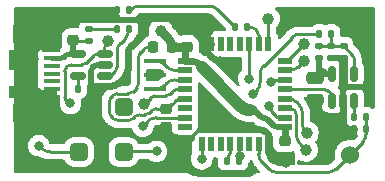
<source format=gbr>
%TF.GenerationSoftware,KiCad,Pcbnew,6.0.11+dfsg-1*%
%TF.CreationDate,2023-09-11T16:29:55+03:00*%
%TF.ProjectId,SC-STM32L412K8,53432d53-544d-4333-924c-3431324b382e,rev?*%
%TF.SameCoordinates,Original*%
%TF.FileFunction,Copper,L1,Top*%
%TF.FilePolarity,Positive*%
%FSLAX46Y46*%
G04 Gerber Fmt 4.6, Leading zero omitted, Abs format (unit mm)*
G04 Created by KiCad (PCBNEW 6.0.11+dfsg-1) date 2023-09-11 16:29:55*
%MOMM*%
%LPD*%
G01*
G04 APERTURE LIST*
G04 Aperture macros list*
%AMRoundRect*
0 Rectangle with rounded corners*
0 $1 Rounding radius*
0 $2 $3 $4 $5 $6 $7 $8 $9 X,Y pos of 4 corners*
0 Add a 4 corners polygon primitive as box body*
4,1,4,$2,$3,$4,$5,$6,$7,$8,$9,$2,$3,0*
0 Add four circle primitives for the rounded corners*
1,1,$1+$1,$2,$3*
1,1,$1+$1,$4,$5*
1,1,$1+$1,$6,$7*
1,1,$1+$1,$8,$9*
0 Add four rect primitives between the rounded corners*
20,1,$1+$1,$2,$3,$4,$5,0*
20,1,$1+$1,$4,$5,$6,$7,0*
20,1,$1+$1,$6,$7,$8,$9,0*
20,1,$1+$1,$8,$9,$2,$3,0*%
G04 Aperture macros list end*
%TA.AperFunction,SMDPad,CuDef*%
%ADD10RoundRect,0.135000X-0.135000X-0.185000X0.135000X-0.185000X0.135000X0.185000X-0.135000X0.185000X0*%
%TD*%
%TA.AperFunction,SMDPad,CuDef*%
%ADD11RoundRect,0.225000X0.250000X-0.225000X0.250000X0.225000X-0.250000X0.225000X-0.250000X-0.225000X0*%
%TD*%
%TA.AperFunction,SMDPad,CuDef*%
%ADD12RoundRect,0.218750X0.218750X0.256250X-0.218750X0.256250X-0.218750X-0.256250X0.218750X-0.256250X0*%
%TD*%
%TA.AperFunction,SMDPad,CuDef*%
%ADD13R,1.900000X0.400000*%
%TD*%
%TA.AperFunction,SMDPad,CuDef*%
%ADD14RoundRect,0.375000X0.387000X-0.375000X0.387000X0.375000X-0.387000X0.375000X-0.387000X-0.375000X0*%
%TD*%
%TA.AperFunction,SMDPad,CuDef*%
%ADD15RoundRect,0.135000X0.185000X-0.135000X0.185000X0.135000X-0.185000X0.135000X-0.185000X-0.135000X0*%
%TD*%
%TA.AperFunction,SMDPad,CuDef*%
%ADD16C,1.000000*%
%TD*%
%TA.AperFunction,SMDPad,CuDef*%
%ADD17RoundRect,0.147500X0.147500X0.172500X-0.147500X0.172500X-0.147500X-0.172500X0.147500X-0.172500X0*%
%TD*%
%TA.AperFunction,SMDPad,CuDef*%
%ADD18R,1.380000X0.450000*%
%TD*%
%TA.AperFunction,SMDPad,CuDef*%
%ADD19R,1.550000X1.425000*%
%TD*%
%TA.AperFunction,SMDPad,CuDef*%
%ADD20R,1.900000X1.000000*%
%TD*%
%TA.AperFunction,SMDPad,CuDef*%
%ADD21R,1.300000X1.650000*%
%TD*%
%TA.AperFunction,SMDPad,CuDef*%
%ADD22R,1.900000X1.800000*%
%TD*%
%TA.AperFunction,SMDPad,CuDef*%
%ADD23RoundRect,0.135000X0.135000X0.185000X-0.135000X0.185000X-0.135000X-0.185000X0.135000X-0.185000X0*%
%TD*%
%TA.AperFunction,SMDPad,CuDef*%
%ADD24RoundRect,0.150000X0.512500X0.150000X-0.512500X0.150000X-0.512500X-0.150000X0.512500X-0.150000X0*%
%TD*%
%TA.AperFunction,SMDPad,CuDef*%
%ADD25RoundRect,0.225000X-0.250000X0.225000X-0.250000X-0.225000X0.250000X-0.225000X0.250000X0.225000X0*%
%TD*%
%TA.AperFunction,SMDPad,CuDef*%
%ADD26RoundRect,0.135000X-0.185000X0.135000X-0.185000X-0.135000X0.185000X-0.135000X0.185000X0.135000X0*%
%TD*%
%TA.AperFunction,SMDPad,CuDef*%
%ADD27C,1.524000*%
%TD*%
%TA.AperFunction,SMDPad,CuDef*%
%ADD28RoundRect,0.150000X0.150000X-0.512500X0.150000X0.512500X-0.150000X0.512500X-0.150000X-0.512500X0*%
%TD*%
%TA.AperFunction,SMDPad,CuDef*%
%ADD29RoundRect,0.147500X-0.147500X-0.172500X0.147500X-0.172500X0.147500X0.172500X-0.147500X0.172500X0*%
%TD*%
%TA.AperFunction,SMDPad,CuDef*%
%ADD30RoundRect,0.250000X-0.475000X0.250000X-0.475000X-0.250000X0.475000X-0.250000X0.475000X0.250000X0*%
%TD*%
%TA.AperFunction,SMDPad,CuDef*%
%ADD31R,1.200000X0.600000*%
%TD*%
%TA.AperFunction,SMDPad,CuDef*%
%ADD32R,0.600000X1.200000*%
%TD*%
%TA.AperFunction,SMDPad,CuDef*%
%ADD33RoundRect,0.140000X-0.170000X0.140000X-0.170000X-0.140000X0.170000X-0.140000X0.170000X0.140000X0*%
%TD*%
%TA.AperFunction,ViaPad*%
%ADD34C,0.800000*%
%TD*%
%TA.AperFunction,ViaPad*%
%ADD35C,1.000000*%
%TD*%
%TA.AperFunction,Conductor*%
%ADD36C,0.600000*%
%TD*%
%TA.AperFunction,Conductor*%
%ADD37C,0.250000*%
%TD*%
%TA.AperFunction,Conductor*%
%ADD38C,0.800000*%
%TD*%
%TA.AperFunction,Conductor*%
%ADD39C,0.500000*%
%TD*%
%TA.AperFunction,Conductor*%
%ADD40C,0.400000*%
%TD*%
%TA.AperFunction,Conductor*%
%ADD41C,0.300000*%
%TD*%
%TA.AperFunction,Conductor*%
%ADD42C,1.000000*%
%TD*%
G04 APERTURE END LIST*
D10*
%TO.P,R9,1*%
%TO.N,Net-(R9-Pad1)*%
X56790000Y-62700000D03*
%TO.P,R9,2*%
%TO.N,AIn*%
X57810000Y-62700000D03*
%TD*%
D11*
%TO.P,C18,2*%
%TO.N,Net-(C18-Pad2)*%
X40825000Y-61985000D03*
%TO.P,C18,1*%
%TO.N,GND*%
X40825000Y-63535000D03*
%TD*%
D12*
%TO.P,L4,1,1*%
%TO.N,+2V8*%
X41327500Y-56810000D03*
%TO.P,L4,2,2*%
%TO.N,Net-(C18-Pad2)*%
X39752500Y-56810000D03*
%TD*%
D13*
%TO.P,Y1,1,1*%
%TO.N,Net-(D6-Pad3)*%
X39910000Y-60350000D03*
%TO.P,Y1,2,2*%
%TO.N,GND*%
X39910000Y-59150000D03*
%TO.P,Y1,3,3*%
%TO.N,Net-(D6-Pad2)*%
X39910000Y-57950000D03*
%TD*%
D14*
%TO.P,BZ1,3*%
%TO.N,N/C*%
X37280000Y-61860000D03*
%TO.P,BZ1,2,+*%
%TO.N,Net-(BZ1-Pad2)*%
X37280000Y-65660000D03*
%TO.P,BZ1,1,-*%
%TO.N,+BATT*%
X33480000Y-65660000D03*
%TD*%
D15*
%TO.P,R7,1*%
%TO.N,+2V8*%
X53809900Y-57720000D03*
%TO.P,R7,2*%
%TO.N,LevAj*%
X53809900Y-56700000D03*
%TD*%
D10*
%TO.P,R12,1*%
%TO.N,Net-(D3-Pad8)*%
X53820000Y-55680000D03*
%TO.P,R12,2*%
%TO.N,LevAj*%
X54840000Y-55680000D03*
%TD*%
D16*
%TO.P,J16,1,Pin_1*%
%TO.N,Net-(D6-Pad4)*%
X38975000Y-61600000D03*
%TD*%
D17*
%TO.P,D1,1,K*%
%TO.N,Net-(U3-Pad1)*%
X37685000Y-55275000D03*
%TO.P,D1,2,A*%
%TO.N,Net-(D1-Pad2)*%
X36715000Y-55275000D03*
%TD*%
D18*
%TO.P,J1,1,VBUS*%
%TO.N,Net-(J1-Pad1)*%
X31186740Y-57727900D03*
%TO.P,J1,2,D-*%
%TO.N,unconnected-(J1-Pad2)*%
X31186740Y-58377900D03*
%TO.P,J1,3,D+*%
%TO.N,unconnected-(J1-Pad3)*%
X31186740Y-59027900D03*
%TO.P,J1,4,ID*%
%TO.N,unconnected-(J1-Pad4)*%
X31186740Y-59677900D03*
%TO.P,J1,5,GND*%
%TO.N,GND*%
X31186740Y-60327900D03*
D19*
%TO.P,J1,6,Shield*%
X31101740Y-56540400D03*
D20*
X28526740Y-60577900D03*
D21*
X28526740Y-62402900D03*
D19*
X31101740Y-61515400D03*
D21*
X28526740Y-55652900D03*
D22*
X28526740Y-57877900D03*
%TD*%
D16*
%TO.P,J3,1,Pin_1*%
%TO.N,Net-(D6-Pad19)*%
X52700000Y-65475000D03*
%TD*%
%TO.P,J4,1,Pin_1*%
%TO.N,Net-(D6-Pad20)*%
X52775000Y-64050000D03*
%TD*%
%TO.P,J5,1,Pin_1*%
%TO.N,Net-(D6-Pad23)*%
X52550000Y-57950000D03*
%TD*%
%TO.P,J6,1,Pin_1*%
%TO.N,Net-(D6-Pad24)*%
X52520000Y-56525000D03*
%TD*%
D10*
%TO.P,R1,1*%
%TO.N,Net-(R1-Pad1)*%
X33380000Y-60350000D03*
%TO.P,R1,2*%
%TO.N,GND*%
X34400000Y-60350000D03*
%TD*%
D23*
%TO.P,R2,1*%
%TO.N,AIn*%
X57785000Y-63750000D03*
%TO.P,R2,2*%
%TO.N,GND*%
X56765000Y-63750000D03*
%TD*%
D15*
%TO.P,R4,2*%
%TO.N,Net-(D1-Pad2)*%
X34300000Y-55290000D03*
%TO.P,R4,1*%
%TO.N,Net-(J1-Pad1)*%
X34300000Y-56310000D03*
%TD*%
D24*
%TO.P,U3,1,~{CHRG}*%
%TO.N,Net-(U3-Pad1)*%
X35647500Y-59240000D03*
%TO.P,U3,2,GND*%
%TO.N,GND*%
X35647500Y-58290000D03*
%TO.P,U3,3,BAT*%
%TO.N,Net-(SW1-Pad1)*%
X35647500Y-57340000D03*
%TO.P,U3,4,VCC*%
%TO.N,Net-(J1-Pad1)*%
X33372500Y-57340000D03*
%TO.P,U3,5,PROG*%
%TO.N,Net-(R1-Pad1)*%
X33372500Y-59240000D03*
%TD*%
D11*
%TO.P,C17,1*%
%TO.N,+2V8*%
X42640000Y-56745000D03*
%TO.P,C17,2*%
%TO.N,GND*%
X42640000Y-55195000D03*
%TD*%
D25*
%TO.P,C16,1*%
%TO.N,+2V8*%
X50900000Y-64750000D03*
%TO.P,C16,2*%
%TO.N,GND*%
X50900000Y-66300000D03*
%TD*%
D26*
%TO.P,R8,1*%
%TO.N,LevAj*%
X55900000Y-56680000D03*
%TO.P,R8,2*%
%TO.N,GND*%
X55900000Y-57700000D03*
%TD*%
D16*
%TO.P,J7,1,Pin_1*%
%TO.N,Net-(SW1-Pad1)*%
X35950000Y-56300000D03*
%TD*%
D27*
%TO.P,J8,1,Pin_1*%
%TO.N,AIn*%
X56400000Y-65925000D03*
%TD*%
D28*
%TO.P,U4,1*%
%TO.N,Net-(D6-Pad21)*%
X54881740Y-61307560D03*
%TO.P,U4,2,V-*%
%TO.N,GND*%
X55831740Y-61307560D03*
%TO.P,U4,3,+*%
%TO.N,Net-(R9-Pad1)*%
X56781740Y-61307560D03*
%TO.P,U4,4,-*%
%TO.N,LevAj*%
X56781740Y-59032560D03*
%TO.P,U4,5,V+*%
%TO.N,+2V8*%
X54881740Y-59032560D03*
%TD*%
D16*
%TO.P,J9,1,Pin_1*%
%TO.N,Net-(D6-Pad25)*%
X49480000Y-54370000D03*
%TD*%
D29*
%TO.P,D7,1,K*%
%TO.N,GND*%
X36715000Y-53675000D03*
%TO.P,D7,2,A*%
%TO.N,Net-(D7-Pad2)*%
X37685000Y-53675000D03*
%TD*%
D10*
%TO.P,R14,1*%
%TO.N,Net-(D7-Pad2)*%
X46710000Y-55090000D03*
%TO.P,R14,2*%
%TO.N,Net-(D6-Pad26)*%
X47730000Y-55090000D03*
%TD*%
D30*
%TO.P,C12,1*%
%TO.N,+2V8*%
X53439060Y-59392780D03*
%TO.P,C12,2*%
%TO.N,GND*%
X53439060Y-61292780D03*
%TD*%
D16*
%TO.P,J12,1,Pin_1*%
%TO.N,+2V8*%
X40410000Y-55400000D03*
%TD*%
D10*
%TO.P,R20,1*%
%TO.N,com*%
X46020000Y-66440000D03*
%TO.P,R20,2*%
%TO.N,bl*%
X47040000Y-66440000D03*
%TD*%
D25*
%TO.P,C4,1*%
%TO.N,GND*%
X33000000Y-54615000D03*
%TO.P,C4,2*%
%TO.N,Net-(J1-Pad1)*%
X33000000Y-56165000D03*
%TD*%
D31*
%TO.P,D6,1,Vdd*%
%TO.N,+2V8*%
X42442820Y-57964420D03*
%TO.P,D6,2,PC14*%
%TO.N,Net-(D6-Pad2)*%
X42442820Y-58764420D03*
%TO.P,D6,3,PC15*%
%TO.N,Net-(D6-Pad3)*%
X42442820Y-59564420D03*
%TO.P,D6,4,NRST*%
%TO.N,Net-(D6-Pad4)*%
X42442820Y-60364420D03*
%TO.P,D6,5,Vdda*%
%TO.N,Net-(C18-Pad2)*%
X42442820Y-61164420D03*
%TO.P,D6,6,PA0*%
%TO.N,unconnected-(D6-Pad6)*%
X42442820Y-61964420D03*
%TO.P,D6,7,PA1*%
%TO.N,Vibro*%
X42442820Y-62764420D03*
%TO.P,D6,8,PA2*%
%TO.N,unconnected-(D6-Pad8)*%
X42442820Y-63564420D03*
D32*
%TO.P,D6,9,PA3*%
%TO.N,Buzer*%
X43892820Y-65014420D03*
%TO.P,D6,10,PA4*%
%TO.N,unconnected-(D6-Pad10)*%
X44692820Y-65014420D03*
%TO.P,D6,11,PA5*%
%TO.N,unconnected-(D6-Pad11)*%
X45492820Y-65014420D03*
%TO.P,D6,12,PA6*%
%TO.N,com*%
X46292820Y-65014420D03*
%TO.P,D6,13,PA7*%
%TO.N,bl*%
X47092820Y-65014420D03*
%TO.P,D6,14,PB0*%
%TO.N,unconnected-(D6-Pad14)*%
X47892820Y-65014420D03*
%TO.P,D6,15,PB1*%
%TO.N,AIn*%
X48692820Y-65014420D03*
%TO.P,D6,16,Vss*%
%TO.N,GND*%
X49492820Y-65014420D03*
D31*
%TO.P,D6,17,Vdd*%
%TO.N,+2V8*%
X50942820Y-63564420D03*
%TO.P,D6,18,PA8*%
%TO.N,DI*%
X50942820Y-62764420D03*
%TO.P,D6,19,PA9*%
%TO.N,Net-(D6-Pad19)*%
X50942820Y-61964420D03*
%TO.P,D6,20,PA10*%
%TO.N,Net-(D6-Pad20)*%
X50942820Y-61164420D03*
%TO.P,D6,21,PA11*%
%TO.N,Net-(D6-Pad21)*%
X50942820Y-60364420D03*
%TO.P,D6,22,PA12*%
%TO.N,CS*%
X50942820Y-59564420D03*
%TO.P,D6,23,PA13*%
%TO.N,Net-(D6-Pad23)*%
X50942820Y-58764420D03*
%TO.P,D6,24,PA14*%
%TO.N,Net-(D6-Pad24)*%
X50942820Y-57964420D03*
D32*
%TO.P,D6,25,PA15*%
%TO.N,Net-(D6-Pad25)*%
X49492820Y-56514420D03*
%TO.P,D6,26,PB3*%
%TO.N,Net-(D6-Pad26)*%
X48692820Y-56514420D03*
%TO.P,D6,27,PB4*%
%TO.N,SC*%
X47892820Y-56514420D03*
%TO.P,D6,28,PB5*%
%TO.N,unconnected-(D6-Pad28)*%
X47092820Y-56514420D03*
%TO.P,D6,29,PB6*%
%TO.N,unconnected-(D6-Pad29)*%
X46292820Y-56514420D03*
%TO.P,D6,30,PB7*%
%TO.N,unconnected-(D6-Pad30)*%
X45492820Y-56514420D03*
%TO.P,D6,31,BOOT0*%
%TO.N,GND*%
X44692820Y-56514420D03*
%TO.P,D6,32,Vss*%
X43892820Y-56514420D03*
%TD*%
D27*
%TO.P,J14,1,Pin_1*%
%TO.N,GND*%
X31150000Y-54460000D03*
%TD*%
%TO.P,J15,1,Pin_1*%
%TO.N,GND*%
X41640000Y-66140000D03*
%TD*%
D33*
%TO.P,C9,1*%
%TO.N,LevAj*%
X54860000Y-56710000D03*
%TO.P,C9,2*%
%TO.N,GND*%
X54860000Y-57670000D03*
%TD*%
D16*
%TO.P,J10,1,Pin_1*%
%TO.N,GND*%
X54575000Y-65050000D03*
%TD*%
D34*
%TO.N,GND*%
X29712920Y-57785000D03*
X44375000Y-63575000D03*
X40320000Y-59040000D03*
%TO.N,Vibro*%
X38890000Y-63480000D03*
%TO.N,+BATT*%
X30090000Y-65120000D03*
%TO.N,Net-(BZ1-Pad2)*%
X40050000Y-65620000D03*
%TO.N,Net-(D3-Pad8)*%
X48250000Y-60730000D03*
%TO.N,SC*%
X47870000Y-59470000D03*
%TO.N,GND*%
X40770000Y-63770000D03*
X44650000Y-61375000D03*
X53428900Y-61328300D03*
D35*
X29800000Y-62675000D03*
D34*
X42400000Y-54890000D03*
X55831740Y-60170060D03*
X46280000Y-63560000D03*
X51005740Y-66611500D03*
X28650000Y-55500000D03*
X48249840Y-67208400D03*
X45450000Y-57950000D03*
%TO.N,Net-(SW1-Pad1)*%
X32760000Y-61550000D03*
%TO.N,Buzer*%
X43891200Y-66243200D03*
%TO.N,bl*%
X47100000Y-66025000D03*
%TO.N,+2V8*%
X48190000Y-62138560D03*
X54160000Y-58990000D03*
X50890050Y-64733050D03*
%TO.N,DI*%
X49580800Y-61767720D03*
%TO.N,CS*%
X49760000Y-59720000D03*
%TD*%
D36*
%TO.N,GND*%
X55831705Y-63124633D02*
G75*
G03*
X55978187Y-63478187I499995J33D01*
G01*
X56103551Y-63603557D02*
G75*
G03*
X56457107Y-63750000I353549J353557D01*
G01*
X53428910Y-61439686D02*
G75*
G03*
X53721793Y-62146793I999990J-14D01*
G01*
X54607474Y-62618290D02*
G75*
G02*
X53900367Y-62325367I26J999990D01*
G01*
D37*
%TO.N,Net-(J1-Pad1)*%
X34300000Y-56310000D02*
X33145000Y-56310000D01*
X33145000Y-56310000D02*
X33000000Y-56165000D01*
%TO.N,Net-(D1-Pad2)*%
X34300000Y-55290000D02*
X36700000Y-55290000D01*
X36700000Y-55290000D02*
X36715000Y-55275000D01*
%TO.N,Net-(SW1-Pad1)*%
X32421443Y-61396449D02*
G75*
G02*
X32275000Y-61042893I353557J353549D01*
G01*
X32275005Y-58832107D02*
G75*
G02*
X32421447Y-58478553I499995J7D01*
G01*
X34738551Y-57486443D02*
G75*
G02*
X35092107Y-57340000I353549J-353557D01*
G01*
X34096450Y-58128556D02*
G75*
G02*
X33742893Y-58275000I-353550J353556D01*
G01*
X32478551Y-58421443D02*
G75*
G02*
X32832107Y-58275000I353549J-353557D01*
G01*
X32760000Y-61550000D02*
X32575000Y-61550000D01*
X32575000Y-61550000D02*
X32421446Y-61396446D01*
X32275000Y-61042893D02*
X32275000Y-58832107D01*
X32421447Y-58478553D02*
X32478554Y-58421446D01*
X32832107Y-58275000D02*
X33742893Y-58275000D01*
X34096447Y-58128553D02*
X34738554Y-57486446D01*
X35092107Y-57340000D02*
X35647500Y-57340000D01*
D36*
%TO.N,GND*%
X41907354Y-64493161D02*
G75*
G02*
X41200247Y-64200247I46J1000061D01*
G01*
X42547540Y-64493140D02*
X41907354Y-64493140D01*
X41200247Y-64200247D02*
X40770000Y-63770000D01*
D37*
%TO.N,Net-(D6-Pad20)*%
X52107114Y-61657100D02*
G75*
G02*
X52400000Y-62364214I-707114J-707100D01*
G01*
X52692886Y-63992900D02*
G75*
G02*
X52400000Y-63285786I707114J707100D01*
G01*
X51907306Y-61457320D02*
G75*
G03*
X51200206Y-61164420I-707106J-707080D01*
G01*
X52775000Y-64050000D02*
X52750000Y-64050000D01*
X52750000Y-64050000D02*
X52692893Y-63992893D01*
X52400000Y-63285786D02*
X52400000Y-62364214D01*
X52107107Y-61657107D02*
X51907313Y-61457313D01*
X51200206Y-61164420D02*
X50942820Y-61164420D01*
%TO.N,Net-(D6-Pad19)*%
X52192886Y-64967900D02*
G75*
G02*
X51900000Y-64260786I707114J707100D01*
G01*
X51710856Y-62110878D02*
G75*
G03*
X51357313Y-61964420I-353556J-353522D01*
G01*
X51753557Y-62153551D02*
G75*
G02*
X51900000Y-62507107I-353557J-353549D01*
G01*
X50942820Y-61964420D02*
X51357313Y-61964420D01*
X51710867Y-62110867D02*
X51753554Y-62153554D01*
X51900000Y-62507107D02*
X51900000Y-64260786D01*
X52192893Y-64967893D02*
X52700000Y-65475000D01*
%TO.N,Net-(D6-Pad23)*%
X51321366Y-58764390D02*
G75*
G03*
X52028473Y-58471527I34J999990D01*
G01*
%TO.N,Net-(D6-Pad24)*%
X50942820Y-57964420D02*
X51080580Y-57964420D01*
X51080580Y-57964420D02*
X52520000Y-56525000D01*
%TO.N,Net-(D6-Pad23)*%
X50942820Y-58764420D02*
X51321366Y-58764420D01*
X52028473Y-58471527D02*
X52550000Y-57950000D01*
D36*
%TO.N,GND*%
X55831740Y-62618260D02*
X54607474Y-62618260D01*
X55831740Y-61307560D02*
X55831740Y-62618260D01*
X55831740Y-62618260D02*
X55831740Y-63124633D01*
X53900367Y-62325367D02*
X53721793Y-62146793D01*
X53428900Y-61439686D02*
X53428900Y-61328300D01*
X55978187Y-63478187D02*
X56103554Y-63603554D01*
X56457107Y-63750000D02*
X56765000Y-63750000D01*
D37*
%TO.N,AIn*%
X48692810Y-65828606D02*
G75*
G03*
X48985713Y-66535713I999990J6D01*
G01*
X55217900Y-67107114D02*
G75*
G02*
X54510786Y-67400000I-707100J707114D01*
G01*
X49557100Y-67107114D02*
G75*
G03*
X50264214Y-67400000I707100J707114D01*
G01*
X57784990Y-64125786D02*
G75*
G02*
X57492107Y-64832893I-999990J-14D01*
G01*
X48985713Y-66535713D02*
X49557107Y-67107107D01*
X48692820Y-65014420D02*
X48692820Y-65828606D01*
X50264214Y-67400000D02*
X54510786Y-67400000D01*
X55217893Y-67107107D02*
X56400000Y-65925000D01*
X57785000Y-63750000D02*
X57785000Y-64125786D01*
X57492107Y-64832893D02*
X56400000Y-65925000D01*
%TO.N,Net-(R9-Pad1)*%
X56781740Y-61307560D02*
X56781740Y-62691740D01*
X56781740Y-62691740D02*
X56790000Y-62700000D01*
%TO.N,AIn*%
X57810000Y-62700000D02*
X57810000Y-63725000D01*
X57810000Y-63725000D02*
X57785000Y-63750000D01*
D36*
%TO.N,GND*%
X45442614Y-57949990D02*
G75*
G02*
X44735507Y-57657107I-14J999990D01*
G01*
X44291910Y-56799326D02*
G75*
G03*
X44584833Y-57506433I999990J26D01*
G01*
X44291940Y-56514420D02*
X44291940Y-56799326D01*
X44584833Y-57506433D02*
X44735507Y-57657107D01*
X45442614Y-57950000D02*
X45475000Y-57950000D01*
D38*
X42067900Y-54542886D02*
G75*
G03*
X41360786Y-54250000I-707100J-707114D01*
G01*
D37*
%TO.N,Net-(D7-Pad2)*%
X44505786Y-53300010D02*
G75*
G02*
X45212893Y-53592893I14J-999990D01*
G01*
X38639214Y-53300010D02*
G75*
G03*
X37932107Y-53592893I-14J-999990D01*
G01*
X37685000Y-53675000D02*
X37850000Y-53675000D01*
X37850000Y-53675000D02*
X37932107Y-53592893D01*
X38639214Y-53300000D02*
X44505786Y-53300000D01*
X45212893Y-53592893D02*
X46710000Y-55090000D01*
D39*
%TO.N,GND*%
X33000000Y-54615000D02*
X33140000Y-54475000D01*
X33140000Y-54475000D02*
X38750000Y-54475000D01*
X38750000Y-54475000D02*
X38975000Y-54250000D01*
D37*
%TO.N,Net-(SW1-Pad1)*%
X35647510Y-57016714D02*
G75*
G02*
X35940393Y-56309607I999990J14D01*
G01*
X35647500Y-57340000D02*
X35647500Y-57016714D01*
X35940393Y-56309607D02*
X35950000Y-56300000D01*
%TO.N,Net-(U3-Pad1)*%
X36710015Y-57161321D02*
G75*
G02*
X37002893Y-56454214I999985J21D01*
G01*
X37392110Y-56065003D02*
G75*
G03*
X37685000Y-55357893I-707110J707103D01*
G01*
X37002893Y-56454214D02*
X37392107Y-56065000D01*
X37685000Y-55357893D02*
X37685000Y-55275000D01*
D39*
%TO.N,Net-(J1-Pad1)*%
X33000000Y-56165000D02*
X33000000Y-57390711D01*
D37*
%TO.N,Net-(U3-Pad1)*%
X36316449Y-59093557D02*
G75*
G02*
X35962893Y-59240000I-353549J353557D01*
G01*
X36709995Y-58492893D02*
G75*
G02*
X36563553Y-58846447I-499995J-7D01*
G01*
X35647500Y-59240000D02*
X35962893Y-59240000D01*
X36316446Y-59093554D02*
X36563553Y-58846447D01*
X36710000Y-58492893D02*
X36710000Y-57161321D01*
D36*
%TO.N,GND*%
X39049990Y-55135786D02*
G75*
G02*
X38757107Y-55842893I-999990J-14D01*
G01*
X37942886Y-56657100D02*
G75*
G03*
X37650000Y-57364214I707114J-707100D01*
G01*
X37649990Y-58635786D02*
G75*
G02*
X37357107Y-59342893I-999990J-14D01*
G01*
X36185786Y-60099990D02*
G75*
G03*
X36892893Y-59807107I14J999990D01*
G01*
D38*
X41360786Y-54250000D02*
X38975000Y-54250000D01*
D36*
X37650000Y-58635786D02*
X37650000Y-57364214D01*
D39*
X39050000Y-54325000D02*
X38975000Y-54250000D01*
X34400000Y-60350000D02*
X34650000Y-60100000D01*
D36*
X34650000Y-60100000D02*
X36185786Y-60100000D01*
X36892893Y-59807107D02*
X37357107Y-59342893D01*
X37942893Y-56657107D02*
X38757107Y-55842893D01*
X39050000Y-55135786D02*
X39050000Y-54325000D01*
D37*
%TO.N,Net-(C18-Pad2)*%
X40018834Y-61985024D02*
G75*
G03*
X39665280Y-62131447I-34J-499976D01*
G01*
X36050005Y-61382107D02*
G75*
G02*
X36196447Y-61028553I499995J7D01*
G01*
X36050005Y-62292893D02*
G75*
G03*
X36196446Y-62646446I499995J-7D01*
G01*
X36378550Y-62828556D02*
G75*
G03*
X36732107Y-62975000I353550J353556D01*
G01*
X38081449Y-62828557D02*
G75*
G02*
X37727893Y-62975000I-353549J353557D01*
G01*
X38258550Y-62651444D02*
G75*
G02*
X38612107Y-62505000I353550J-353556D01*
G01*
X39438163Y-62358544D02*
G75*
G02*
X39084620Y-62505000I-353563J353544D01*
G01*
X38378557Y-60221449D02*
G75*
G03*
X38525000Y-59867893I-353557J353549D01*
G01*
X39322107Y-56810005D02*
G75*
G03*
X38968554Y-56956446I-7J-499995D01*
G01*
X38525005Y-57607107D02*
G75*
G02*
X38671447Y-57253553I499995J7D01*
G01*
X38021450Y-60578556D02*
G75*
G02*
X37667893Y-60725000I-353550J353556D01*
G01*
X36353551Y-60871443D02*
G75*
G02*
X36707107Y-60725000I353549J-353557D01*
G01*
D38*
%TO.N,GND*%
X42400000Y-54875000D02*
X42067893Y-54542893D01*
D37*
X42400000Y-54890000D02*
X42400000Y-54875000D01*
%TO.N,Net-(C18-Pad2)*%
X40825000Y-61985000D02*
X40018834Y-61985000D01*
X39665280Y-62131447D02*
X39438173Y-62358554D01*
X36050000Y-62292893D02*
X36050000Y-61382107D01*
X39084620Y-62505000D02*
X38612107Y-62505000D01*
X38258553Y-62651447D02*
X38081446Y-62828554D01*
X37727893Y-62975000D02*
X36732107Y-62975000D01*
X36378553Y-62828553D02*
X36196446Y-62646446D01*
X36196447Y-61028553D02*
X36353554Y-60871446D01*
X36707107Y-60725000D02*
X37667893Y-60725000D01*
X38021447Y-60578553D02*
X38378554Y-60221446D01*
X38525000Y-59867893D02*
X38525000Y-57607107D01*
X38671447Y-57253553D02*
X38968554Y-56956446D01*
X39322107Y-56810000D02*
X39752500Y-56810000D01*
%TO.N,Vibro*%
X39317100Y-63052886D02*
G75*
G02*
X40024214Y-62760000I707100J-707114D01*
G01*
X42442820Y-62764420D02*
X42438400Y-62760000D01*
X42438400Y-62760000D02*
X40024214Y-62760000D01*
X39317107Y-63052893D02*
X38890000Y-63480000D01*
%TO.N,Net-(D6-Pad3)*%
X39985206Y-60350004D02*
G75*
G03*
X40692313Y-60057107I-6J1000004D01*
G01*
X41599214Y-59564424D02*
G75*
G03*
X40892107Y-59857313I-14J-999976D01*
G01*
%TO.N,Net-(D6-Pad2)*%
X40001091Y-57950007D02*
G75*
G02*
X40708197Y-58242894I9J-999993D01*
G01*
X41643939Y-58764386D02*
G75*
G02*
X40936833Y-58471526I-39J999986D01*
G01*
%TO.N,Net-(BZ1-Pad2)*%
X37280000Y-65660000D02*
X37320000Y-65620000D01*
X37320000Y-65620000D02*
X40050000Y-65620000D01*
%TO.N,Net-(D6-Pad2)*%
X42442820Y-58764420D02*
X41643939Y-58764420D01*
X40936832Y-58471527D02*
X40708198Y-58242893D01*
X40001091Y-57950000D02*
X39910000Y-57950000D01*
%TO.N,Net-(D6-Pad3)*%
X42442820Y-59564420D02*
X41599214Y-59564420D01*
X40892107Y-59857313D02*
X40692313Y-60057107D01*
X39985206Y-60350000D02*
X39910000Y-60350000D01*
%TO.N,Net-(C18-Pad2)*%
X40962893Y-61799995D02*
G75*
G03*
X41316446Y-61653554I7J499995D01*
G01*
X42012687Y-61164405D02*
G75*
G03*
X41659133Y-61310867I13J-499995D01*
G01*
X42442820Y-61164420D02*
X42012687Y-61164420D01*
X41659133Y-61310867D02*
X41316446Y-61653554D01*
X40962893Y-61800000D02*
X40590000Y-61800000D01*
%TO.N,Net-(D6-Pad4)*%
X39927107Y-60910005D02*
G75*
G03*
X39573553Y-61056447I-7J-499995D01*
G01*
X40840133Y-60910023D02*
G75*
G03*
X41193686Y-60763554I-33J500023D01*
G01*
X41799927Y-60364434D02*
G75*
G03*
X41446374Y-60510868I-27J-499966D01*
G01*
X42442820Y-60364420D02*
X41799927Y-60364420D01*
X41446373Y-60510867D02*
X41193686Y-60763554D01*
X40840133Y-60910000D02*
X39927107Y-60910000D01*
X39573553Y-61056447D02*
X38950000Y-61680000D01*
D38*
%TO.N,+2V8*%
X41034614Y-56024600D02*
G75*
G02*
X41327500Y-56731714I-707114J-707100D01*
G01*
D40*
%TO.N,Net-(J1-Pad1)*%
X31882893Y-57729995D02*
G75*
G03*
X32236446Y-57583554I7J499995D01*
G01*
X32333550Y-57486444D02*
G75*
G02*
X32687107Y-57340000I353550J-353556D01*
G01*
X32333553Y-57486447D02*
X32236446Y-57583554D01*
X33372500Y-57340000D02*
X32687107Y-57340000D01*
X31882893Y-57730000D02*
X31188840Y-57730000D01*
D37*
X31188840Y-57730000D02*
X31186740Y-57727900D01*
D39*
%TO.N,GND*%
X34510005Y-58827107D02*
G75*
G02*
X34656446Y-58473554I499995J7D01*
G01*
X34693550Y-58436444D02*
G75*
G02*
X35047107Y-58290000I353550J-353556D01*
G01*
X35657500Y-58290000D02*
X35047107Y-58290000D01*
X34693553Y-58436447D02*
X34656446Y-58473554D01*
X34510000Y-58827107D02*
X34510000Y-60240000D01*
X34510000Y-60240000D02*
X34400000Y-60350000D01*
D37*
%TO.N,Net-(R1-Pad1)*%
X33380000Y-60350000D02*
X33380000Y-59242500D01*
X33380000Y-59242500D02*
X33382500Y-59240000D01*
D38*
%TO.N,+2V8*%
X41327500Y-56810000D02*
X41327500Y-56731714D01*
X41034607Y-56024607D02*
X40410000Y-55400000D01*
D36*
X42442820Y-57964420D02*
X42442820Y-56942180D01*
X42442820Y-56942180D02*
X42640000Y-56745000D01*
D38*
X41327500Y-56810000D02*
X42575000Y-56810000D01*
D37*
X42575000Y-56810000D02*
X42640000Y-56745000D01*
%TO.N,+BATT*%
X30337100Y-65367114D02*
G75*
G03*
X31044214Y-65660000I707100J707114D01*
G01*
X33480000Y-65660000D02*
X31044214Y-65660000D01*
X30337107Y-65367107D02*
X30090000Y-65120000D01*
D36*
%TO.N,+2V8*%
X43500766Y-58110888D02*
G75*
G03*
X43147233Y-57964420I-353566J-353512D01*
G01*
D39*
X48921450Y-62713614D02*
G75*
G03*
X49133564Y-62801500I212150J212114D01*
G01*
X49202536Y-62801475D02*
G75*
G02*
X49414668Y-62889368I-36J-300025D01*
G01*
X50296827Y-63564395D02*
G75*
G02*
X49943274Y-63417974I-27J499995D01*
G01*
D36*
%TO.N,GND*%
X49405597Y-64054511D02*
G75*
G03*
X48698488Y-63761620I-707097J-707089D01*
G01*
X43538334Y-67457290D02*
G75*
G02*
X42831227Y-67164427I-34J999990D01*
G01*
D39*
X50384851Y-66609234D02*
G75*
G02*
X49819167Y-66374885I49J800034D01*
G01*
X49492836Y-65717169D02*
G75*
G03*
X49727135Y-66282855I799964J-31D01*
G01*
D37*
%TO.N,Net-(D6-Pad25)*%
X49492820Y-56514420D02*
X49492820Y-54382820D01*
X49492820Y-54382820D02*
X49480000Y-54370000D01*
D39*
%TO.N,GND*%
X55831740Y-60170060D02*
X57869940Y-60170060D01*
D37*
%TO.N,Net-(D3-Pad8)*%
X52204214Y-55680010D02*
G75*
G03*
X51497107Y-55972893I-14J-999990D01*
G01*
X48537114Y-60482900D02*
G75*
G03*
X48830000Y-59775786I-707114J707100D01*
G01*
X49122886Y-58347100D02*
G75*
G03*
X48830000Y-59054214I707114J-707100D01*
G01*
X53820000Y-55680000D02*
X52204214Y-55680000D01*
X51497107Y-55972893D02*
X49122893Y-58347107D01*
X48830000Y-59054214D02*
X48830000Y-59775786D01*
X48537107Y-60482893D02*
X48290000Y-60730000D01*
X48290000Y-60730000D02*
X48250000Y-60730000D01*
%TO.N,SC*%
X47870000Y-59470000D02*
X47892820Y-59447180D01*
X47892820Y-59447180D02*
X47892820Y-56514420D01*
D39*
%TO.N,+2V8*%
X53809900Y-57720000D02*
X53809900Y-59204860D01*
D37*
X53809900Y-59204860D02*
X53624480Y-59390280D01*
D39*
X54881740Y-59032560D02*
X53799280Y-59032560D01*
X53799280Y-59032560D02*
X53439060Y-59392780D01*
D37*
%TO.N,CS*%
X49758600Y-59537600D02*
X50916000Y-59537600D01*
X50916000Y-59537600D02*
X50942820Y-59564420D01*
%TO.N,LevAj*%
X54860000Y-56710000D02*
X54860000Y-55700000D01*
X54860000Y-55700000D02*
X54840000Y-55680000D01*
D39*
%TO.N,GND*%
X55900000Y-57700000D02*
X54890000Y-57700000D01*
X54890000Y-57700000D02*
X54860000Y-57670000D01*
D38*
X55831740Y-60170060D02*
X55831740Y-57768260D01*
D39*
X55831740Y-57768260D02*
X55900000Y-57700000D01*
D37*
%TO.N,LevAj*%
X56635325Y-57415261D02*
G75*
G02*
X56781740Y-57768847I-353625J-353539D01*
G01*
X54860000Y-56710000D02*
X53930400Y-56710000D01*
X53930400Y-56710000D02*
X53809900Y-56830500D01*
X55900000Y-56680000D02*
X54890000Y-56680000D01*
X54890000Y-56680000D02*
X54860000Y-56710000D01*
X56781740Y-59032560D02*
X56781740Y-57768847D01*
X56635293Y-57415293D02*
X55900000Y-56680000D01*
D39*
%TO.N,GND*%
X49492820Y-65014420D02*
X49492820Y-64141738D01*
D36*
X55831740Y-60170060D02*
X55831740Y-60170060D01*
X47845980Y-63761620D02*
X48698488Y-63761620D01*
D39*
X43892820Y-56514420D02*
X43892820Y-54893800D01*
D37*
X43159680Y-64460120D02*
X43035220Y-64584580D01*
D39*
X55831740Y-60170060D02*
X55831740Y-61307560D01*
D36*
X48117760Y-67233800D02*
X47894240Y-67457320D01*
D37*
X30826740Y-56565400D02*
X29377601Y-56565400D01*
D36*
X43695620Y-63761620D02*
X47845980Y-63761620D01*
X42831227Y-67164427D02*
X42547540Y-66880740D01*
D37*
X28526740Y-58187900D02*
X28526740Y-59867900D01*
X43804600Y-54805580D02*
X42638980Y-54805580D01*
D36*
X44291940Y-56514420D02*
X44692820Y-56514420D01*
D37*
X43159680Y-64297560D02*
X43159680Y-64460120D01*
D36*
X49405595Y-64054513D02*
X49492820Y-64141738D01*
D37*
X42638980Y-54805580D02*
X42395140Y-55049420D01*
X40236140Y-64493140D02*
X40215820Y-64472820D01*
X43892820Y-54893800D02*
X43804600Y-54805580D01*
D39*
X49727135Y-66282855D02*
X49819166Y-66374886D01*
D37*
X55786020Y-61168460D02*
X55735220Y-61219260D01*
D36*
X47894240Y-67457320D02*
X43538334Y-67457320D01*
D37*
X28974240Y-61490400D02*
X28526740Y-61937900D01*
D39*
X49492820Y-65014420D02*
X49492820Y-65717169D01*
D36*
X42547540Y-66880740D02*
X42547540Y-64493140D01*
D37*
X49492820Y-65014420D02*
X49507480Y-65014420D01*
D41*
X43159680Y-64297560D02*
X42964100Y-64493140D01*
D37*
X28526740Y-59867900D02*
X28526740Y-61937900D01*
D39*
X50384851Y-66609200D02*
X50985420Y-66609200D01*
D41*
X43695620Y-63761620D02*
X43159680Y-64297560D01*
D36*
X43892820Y-56514420D02*
X44291940Y-56514420D01*
D37*
X31186740Y-61130400D02*
X30826740Y-61490400D01*
X30826740Y-61490400D02*
X28974240Y-61490400D01*
X31186740Y-60327900D02*
X31186740Y-61130400D01*
X28526740Y-56117900D02*
X28526740Y-58187900D01*
D36*
X42964100Y-64493140D02*
X42547540Y-64493140D01*
D37*
X29377601Y-56565400D02*
X28930101Y-56117900D01*
%TO.N,Net-(D6-Pad26)*%
X48692820Y-55769927D02*
X48692820Y-56514420D01*
X47730000Y-55090000D02*
X48012893Y-55090000D01*
X48366447Y-55236447D02*
X48546374Y-55416374D01*
X48012893Y-55090005D02*
G75*
G02*
X48366447Y-55236447I7J-499995D01*
G01*
X48692795Y-55769927D02*
G75*
G03*
X48546374Y-55416374I-499995J27D01*
G01*
%TO.N,Net-(D6-Pad21)*%
X54448783Y-60419551D02*
X54481282Y-60433957D01*
X54658005Y-60552039D02*
X54683752Y-60576552D01*
X54381862Y-60395606D02*
X54415617Y-60406757D01*
X54867269Y-60857218D02*
X54860948Y-60834377D01*
X54513035Y-60449940D02*
X54543966Y-60467462D01*
X54631088Y-60528820D02*
X54658005Y-60552039D01*
X54207157Y-60365292D02*
X54242610Y-60367907D01*
X54881740Y-60974540D02*
X54881158Y-60950847D01*
X54312916Y-60378336D02*
X54347601Y-60386125D01*
X54415617Y-60406757D02*
X54448783Y-60419551D01*
X54171620Y-60364420D02*
X50942820Y-60364420D01*
X54786719Y-60686910D02*
X54772139Y-60668227D01*
X54879414Y-60927213D02*
X54876513Y-60903692D01*
X54824726Y-60746928D02*
X54813045Y-60726308D01*
X54171620Y-60364420D02*
X54207157Y-60365292D01*
X54242610Y-60367907D02*
X54277891Y-60372259D01*
X54872462Y-60880341D02*
X54867269Y-60857218D01*
X54853514Y-60811874D02*
X54844985Y-60789763D01*
X54603063Y-60506949D02*
X54631088Y-60528820D01*
X54740318Y-60633118D02*
X54683752Y-60576552D01*
X54756659Y-60650281D02*
X54740318Y-60633118D01*
X54800366Y-60706286D02*
X54786719Y-60686910D01*
X54481282Y-60433957D02*
X54513035Y-60449940D01*
X54876513Y-60903692D02*
X54872462Y-60880341D01*
X54881158Y-60950847D02*
X54879414Y-60927213D01*
X54573999Y-60486480D02*
X54603063Y-60506949D01*
X54835381Y-60768097D02*
X54824726Y-60746928D01*
X54277891Y-60372259D02*
X54312916Y-60378336D01*
X54881740Y-60974540D02*
X54881740Y-61270060D01*
X54772139Y-60668227D02*
X54756659Y-60650281D01*
X54813045Y-60726308D02*
X54800366Y-60706286D01*
X54844985Y-60789763D02*
X54835381Y-60768097D01*
X54347601Y-60386125D02*
X54381862Y-60395606D01*
X54543966Y-60467462D02*
X54573999Y-60486480D01*
X54860948Y-60834377D02*
X54853514Y-60811874D01*
%TO.N,Buzer*%
X43892820Y-65014420D02*
X43892820Y-66241580D01*
X43892820Y-66241580D02*
X43891200Y-66243200D01*
%TO.N,bl*%
X47076360Y-66243200D02*
X47076360Y-65030880D01*
X47076360Y-65030880D02*
X47092820Y-65014420D01*
%TO.N,com*%
X46107868Y-66042132D02*
X46204952Y-65945048D01*
X46020000Y-66440000D02*
X46020000Y-66254264D01*
X46292820Y-65732916D02*
X46292820Y-65014420D01*
X46019975Y-66254264D02*
G75*
G02*
X46107868Y-66042132I300025J-36D01*
G01*
X46292825Y-65732916D02*
G75*
G02*
X46204952Y-65945048I-300025J16D01*
G01*
D36*
%TO.N,+2V8*%
X42442820Y-57964420D02*
X43147233Y-57964420D01*
X43500787Y-58110867D02*
X43886120Y-58496200D01*
D37*
X51102260Y-64734200D02*
X51102260Y-64734200D01*
D42*
X47434053Y-61970626D02*
X47382502Y-61941423D01*
D39*
X49414668Y-62889368D02*
X49943274Y-63417974D01*
D37*
X43881040Y-58496200D02*
X43886120Y-58496200D01*
D42*
X47767584Y-62089965D02*
X47709776Y-62076984D01*
X47284006Y-61875610D02*
X47237298Y-61839159D01*
D37*
X48097440Y-62138560D02*
X48371760Y-62138560D01*
X51102260Y-63723860D02*
X50942820Y-63564420D01*
D42*
X47884762Y-62107347D02*
X47825960Y-62100094D01*
X47596417Y-62042597D02*
X47541139Y-62021274D01*
D39*
X50296827Y-63564420D02*
X50942820Y-63564420D01*
D42*
X47825960Y-62100094D02*
X47767584Y-62089965D01*
X47192435Y-61800460D02*
X47149526Y-61759606D01*
X47943850Y-62111705D02*
X47884762Y-62107347D01*
D37*
X50942820Y-64691600D02*
X50985420Y-64734200D01*
D42*
X47709776Y-62076984D02*
X47652675Y-62061182D01*
X47382502Y-61941423D02*
X47332446Y-61909725D01*
D36*
X50942820Y-63564420D02*
X50942820Y-64691600D01*
D42*
X47541139Y-62021274D02*
X47486974Y-61997264D01*
X47149526Y-61759606D02*
X43886120Y-58496200D01*
X47652675Y-62061182D02*
X47596417Y-62042597D01*
X47486974Y-61997264D02*
X47434053Y-61970626D01*
D39*
X49133564Y-62801500D02*
X49202536Y-62801500D01*
X48346360Y-62138560D02*
X48921432Y-62713632D01*
D42*
X48003080Y-62113160D02*
X47943850Y-62111705D01*
D37*
X48097440Y-62138560D02*
X48346360Y-62138560D01*
D42*
X47332446Y-61909725D02*
X47284006Y-61875610D01*
X47237298Y-61839159D02*
X47192435Y-61800460D01*
D37*
%TO.N,DI*%
X49736024Y-62141864D02*
X49744553Y-62163975D01*
X49789172Y-62247453D02*
X49802819Y-62266829D01*
X49776493Y-62227430D02*
X49789172Y-62247453D01*
X50445693Y-62762094D02*
X50422172Y-62759193D01*
X50186707Y-62654819D02*
X50168761Y-62639339D01*
X50422172Y-62759193D02*
X50398821Y-62755142D01*
X49754157Y-62185641D02*
X49764812Y-62206810D01*
X50375698Y-62749949D02*
X50352857Y-62743628D01*
X49708380Y-62002891D02*
X49710124Y-62026526D01*
X49707800Y-61979200D02*
X49708380Y-62002891D01*
X50493020Y-62764420D02*
X50942820Y-62764420D01*
X49728590Y-62119361D02*
X49736024Y-62141864D01*
X50205390Y-62669399D02*
X50186707Y-62654819D01*
X49713025Y-62050047D02*
X49717076Y-62073397D01*
X50244788Y-62695725D02*
X50224766Y-62683046D01*
X50469327Y-62763838D02*
X50445693Y-62762094D01*
X49710124Y-62026526D02*
X49713025Y-62050047D01*
X49764812Y-62206810D02*
X49776493Y-62227430D01*
X50308243Y-62727665D02*
X50286577Y-62718061D01*
X50265408Y-62707406D02*
X50244788Y-62695725D01*
X49707800Y-61979200D02*
X49707800Y-61696600D01*
X50286577Y-62718061D02*
X50265408Y-62707406D01*
X50493020Y-62764420D02*
X50469327Y-62763838D01*
X50352857Y-62743628D02*
X50330354Y-62736194D01*
X50151598Y-62622998D02*
X49849221Y-62320621D01*
X49832879Y-62303457D02*
X49849221Y-62320621D01*
X49817399Y-62285512D02*
X49832879Y-62303457D01*
X50398821Y-62755142D02*
X50375698Y-62749949D01*
X49802819Y-62266829D02*
X49817399Y-62285512D01*
X50330354Y-62736194D02*
X50308243Y-62727665D01*
X49722269Y-62096521D02*
X49728590Y-62119361D01*
X50168761Y-62639339D02*
X50151598Y-62622998D01*
X50224766Y-62683046D02*
X50205390Y-62669399D01*
X49717076Y-62073397D02*
X49722269Y-62096521D01*
X49744553Y-62163975D02*
X49754157Y-62185641D01*
%TD*%
%TA.AperFunction,Conductor*%
%TO.N,GND*%
G36*
X48113725Y-66346241D02*
G01*
X48160727Y-66399452D01*
X48165930Y-66412381D01*
X48180421Y-66455069D01*
X48182245Y-66458768D01*
X48182246Y-66458770D01*
X48211870Y-66518839D01*
X48275132Y-66647118D01*
X48277420Y-66650542D01*
X48277424Y-66650549D01*
X48340391Y-66744781D01*
X48394101Y-66825161D01*
X48429978Y-66866070D01*
X48471877Y-66913845D01*
X48476702Y-66919694D01*
X48477139Y-66920257D01*
X48481171Y-66927075D01*
X48497016Y-66942920D01*
X48502654Y-66948939D01*
X48507094Y-66954002D01*
X48513119Y-66961422D01*
X48522650Y-66974115D01*
X48525128Y-66977415D01*
X48528008Y-66980356D01*
X48528014Y-66980363D01*
X48531590Y-66984014D01*
X48534479Y-66986964D01*
X48558981Y-67006175D01*
X48570332Y-67016236D01*
X48767881Y-67213785D01*
X48801907Y-67276097D01*
X48796842Y-67346912D01*
X48754295Y-67403748D01*
X48687775Y-67428559D01*
X48678786Y-67428880D01*
X47540433Y-67428880D01*
X47472312Y-67408878D01*
X47425819Y-67355222D01*
X47415715Y-67284948D01*
X47445209Y-67220368D01*
X47476294Y-67194426D01*
X47497333Y-67181984D01*
X47548564Y-67151686D01*
X47565720Y-67141540D01*
X47572541Y-67137506D01*
X47687506Y-67022541D01*
X47697185Y-67006175D01*
X47766234Y-66889419D01*
X47766234Y-66889418D01*
X47770269Y-66882596D01*
X47775567Y-66864362D01*
X47810308Y-66744781D01*
X47815629Y-66726466D01*
X47816135Y-66720047D01*
X47818307Y-66692444D01*
X47818307Y-66692438D01*
X47818500Y-66689989D01*
X47818500Y-66629980D01*
X47838205Y-66562872D01*
X47839040Y-66561944D01*
X47881641Y-66488158D01*
X47931223Y-66402279D01*
X47931224Y-66402278D01*
X47934527Y-66396556D01*
X47935398Y-66397059D01*
X47977490Y-66347538D01*
X48045417Y-66326889D01*
X48113725Y-66346241D01*
G37*
%TD.AperFunction*%
%TA.AperFunction,Conductor*%
G36*
X36823621Y-53403682D02*
G01*
X36870114Y-53457338D01*
X36881500Y-53509680D01*
X36881501Y-53913746D01*
X36884427Y-53950937D01*
X36930668Y-54110100D01*
X36934703Y-54116923D01*
X37015038Y-54252763D01*
X37013108Y-54253905D01*
X37034881Y-54309357D01*
X37020982Y-54378980D01*
X36971648Y-54430035D01*
X36909375Y-54446500D01*
X36549632Y-54446501D01*
X36501254Y-54446501D01*
X36464063Y-54449427D01*
X36407700Y-54465802D01*
X36312513Y-54493456D01*
X36312511Y-54493457D01*
X36304900Y-54495668D01*
X36298077Y-54499703D01*
X36189752Y-54563766D01*
X36162237Y-54580038D01*
X36122680Y-54619595D01*
X36060368Y-54653621D01*
X36033585Y-54656500D01*
X34940694Y-54656500D01*
X34876555Y-54638954D01*
X34749419Y-54563766D01*
X34749418Y-54563766D01*
X34742596Y-54559731D01*
X34734985Y-54557520D01*
X34734983Y-54557519D01*
X34644250Y-54531159D01*
X34586466Y-54514371D01*
X34580059Y-54513867D01*
X34580055Y-54513866D01*
X34552444Y-54511693D01*
X34552438Y-54511693D01*
X34549989Y-54511500D01*
X34300152Y-54511500D01*
X34050012Y-54511501D01*
X34013534Y-54514371D01*
X33925446Y-54539963D01*
X33865017Y-54557519D01*
X33865015Y-54557520D01*
X33857404Y-54559731D01*
X33850582Y-54563766D01*
X33850581Y-54563766D01*
X33813587Y-54585644D01*
X33717459Y-54642494D01*
X33602494Y-54757459D01*
X33598460Y-54764280D01*
X33545181Y-54854371D01*
X33519731Y-54897404D01*
X33474371Y-55053534D01*
X33471500Y-55090011D01*
X33471476Y-55090009D01*
X33448951Y-55156884D01*
X33393511Y-55201234D01*
X33332869Y-55209997D01*
X33301935Y-55206828D01*
X33301932Y-55206828D01*
X33298732Y-55206500D01*
X32701268Y-55206500D01*
X32698022Y-55206837D01*
X32698018Y-55206837D01*
X32667564Y-55209997D01*
X32598981Y-55217113D01*
X32592440Y-55219295D01*
X32592441Y-55219295D01*
X32443676Y-55268927D01*
X32443674Y-55268928D01*
X32436732Y-55271244D01*
X32291287Y-55361248D01*
X32286114Y-55366430D01*
X32241069Y-55411554D01*
X32170448Y-55482298D01*
X32166608Y-55488528D01*
X32166607Y-55488529D01*
X32119899Y-55564304D01*
X32080698Y-55627899D01*
X32026851Y-55790243D01*
X32026151Y-55797080D01*
X32026150Y-55797082D01*
X32025431Y-55804104D01*
X32016500Y-55891268D01*
X32016500Y-56438732D01*
X32027113Y-56541019D01*
X32050993Y-56612594D01*
X32074660Y-56683533D01*
X32077244Y-56754482D01*
X32041061Y-56815566D01*
X32020969Y-56830842D01*
X31974574Y-56859273D01*
X31874074Y-56945106D01*
X31867921Y-56950035D01*
X31842449Y-56969160D01*
X31775964Y-56994066D01*
X31766796Y-56994400D01*
X30448606Y-56994400D01*
X30386424Y-57001155D01*
X30250035Y-57052285D01*
X30133479Y-57139639D01*
X30046125Y-57256195D01*
X29994995Y-57392584D01*
X29988240Y-57454766D01*
X29988240Y-58001034D01*
X29988609Y-58004429D01*
X29988609Y-58004433D01*
X29992396Y-58039293D01*
X29992396Y-58066506D01*
X29988240Y-58104766D01*
X29988240Y-58651034D01*
X29988609Y-58654429D01*
X29988609Y-58654433D01*
X29992396Y-58689293D01*
X29992396Y-58716506D01*
X29988240Y-58754766D01*
X29988240Y-59301034D01*
X29988609Y-59304429D01*
X29988609Y-59304433D01*
X29992396Y-59339293D01*
X29992396Y-59366506D01*
X29988240Y-59404766D01*
X29988240Y-59951034D01*
X29994995Y-60013216D01*
X30046125Y-60149605D01*
X30133479Y-60266161D01*
X30250035Y-60353515D01*
X30386424Y-60404645D01*
X30448606Y-60411400D01*
X31515500Y-60411400D01*
X31583621Y-60431402D01*
X31630114Y-60485058D01*
X31641500Y-60537400D01*
X31641500Y-60988889D01*
X31640243Y-61006644D01*
X31636987Y-61029520D01*
X31636847Y-61042884D01*
X31637342Y-61046974D01*
X31637342Y-61046975D01*
X31639811Y-61067375D01*
X31640335Y-61072618D01*
X31651991Y-61220752D01*
X31665942Y-61278864D01*
X31688511Y-61372877D01*
X31693639Y-61394240D01*
X31695531Y-61398807D01*
X31695532Y-61398811D01*
X31756380Y-61545713D01*
X31761915Y-61559077D01*
X31764501Y-61563297D01*
X31764504Y-61563303D01*
X31852891Y-61707540D01*
X31865886Y-61740114D01*
X31866458Y-61739928D01*
X31925473Y-61921556D01*
X31928776Y-61927278D01*
X31928777Y-61927279D01*
X31962686Y-61986010D01*
X32020960Y-62086944D01*
X32148747Y-62228866D01*
X32303248Y-62341118D01*
X32309276Y-62343802D01*
X32309278Y-62343803D01*
X32471681Y-62416109D01*
X32477712Y-62418794D01*
X32565124Y-62437374D01*
X32658056Y-62457128D01*
X32658061Y-62457128D01*
X32664513Y-62458500D01*
X32855487Y-62458500D01*
X32861939Y-62457128D01*
X32861944Y-62457128D01*
X32954876Y-62437374D01*
X33042288Y-62418794D01*
X33048319Y-62416109D01*
X33210722Y-62343803D01*
X33210724Y-62343802D01*
X33216752Y-62341118D01*
X33371253Y-62228866D01*
X33499040Y-62086944D01*
X33557314Y-61986010D01*
X33591223Y-61927279D01*
X33591224Y-61927278D01*
X33594527Y-61921556D01*
X33653542Y-61739928D01*
X33673504Y-61550000D01*
X33656628Y-61389430D01*
X33654232Y-61366635D01*
X33654232Y-61366633D01*
X33653542Y-61360072D01*
X33635763Y-61305354D01*
X33633735Y-61234387D01*
X33670398Y-61173589D01*
X33720443Y-61145421D01*
X33764983Y-61132481D01*
X33764985Y-61132480D01*
X33772596Y-61130269D01*
X33871838Y-61071578D01*
X33905720Y-61051540D01*
X33912541Y-61047506D01*
X34027506Y-60932541D01*
X34051002Y-60892811D01*
X34106234Y-60799419D01*
X34106234Y-60799418D01*
X34110269Y-60792596D01*
X34113573Y-60781226D01*
X34153834Y-60642644D01*
X34155629Y-60636466D01*
X34158500Y-60599989D01*
X34158499Y-60100012D01*
X34156639Y-60076372D01*
X34171236Y-60006892D01*
X34218109Y-59958038D01*
X34291807Y-59914453D01*
X34409453Y-59796807D01*
X34411706Y-59792998D01*
X34467996Y-59752345D01*
X34538888Y-59748494D01*
X34600609Y-59783582D01*
X34607276Y-59791276D01*
X34610547Y-59796807D01*
X34728193Y-59914453D01*
X34735017Y-59918489D01*
X34735020Y-59918491D01*
X34801886Y-59958035D01*
X34871399Y-59999145D01*
X34879010Y-60001356D01*
X34879012Y-60001357D01*
X34918700Y-60012887D01*
X35031169Y-60045562D01*
X35037574Y-60046066D01*
X35037579Y-60046067D01*
X35066042Y-60048307D01*
X35066050Y-60048307D01*
X35068498Y-60048500D01*
X36010827Y-60048500D01*
X36078948Y-60068502D01*
X36125441Y-60122158D01*
X36135545Y-60192432D01*
X36106051Y-60257012D01*
X36076662Y-60281932D01*
X36038796Y-60305136D01*
X36035036Y-60308348D01*
X36035035Y-60308348D01*
X35984407Y-60351587D01*
X35973644Y-60359278D01*
X35969014Y-60362870D01*
X35962192Y-60366904D01*
X35943789Y-60385307D01*
X35930347Y-60396972D01*
X35920128Y-60404645D01*
X35911866Y-60410848D01*
X35902317Y-60420199D01*
X35899768Y-60423449D01*
X35899765Y-60423453D01*
X35883105Y-60444700D01*
X35873048Y-60456047D01*
X35786673Y-60542422D01*
X35773233Y-60554086D01*
X35758047Y-60565488D01*
X35758043Y-60565492D01*
X35754750Y-60567964D01*
X35751809Y-60570844D01*
X35751802Y-60570850D01*
X35748152Y-60574425D01*
X35745201Y-60577315D01*
X35742653Y-60580565D01*
X35729975Y-60596734D01*
X35726632Y-60600819D01*
X35649416Y-60691229D01*
X35630141Y-60713797D01*
X35607458Y-60750813D01*
X35539509Y-60861698D01*
X35539506Y-60861704D01*
X35536920Y-60865924D01*
X35535025Y-60870499D01*
X35535023Y-60870503D01*
X35470541Y-61026182D01*
X35468645Y-61030760D01*
X35467489Y-61035574D01*
X35467489Y-61035575D01*
X35433867Y-61175629D01*
X35426996Y-61204248D01*
X35424868Y-61231300D01*
X35421391Y-61275485D01*
X35419196Y-61288674D01*
X35418473Y-61294393D01*
X35416500Y-61302077D01*
X35416500Y-61328121D01*
X35415243Y-61345871D01*
X35411987Y-61368752D01*
X35411847Y-61382116D01*
X35412344Y-61386221D01*
X35415587Y-61413018D01*
X35416500Y-61428157D01*
X35416500Y-62238889D01*
X35415243Y-62256644D01*
X35411987Y-62279520D01*
X35411847Y-62292884D01*
X35412342Y-62296972D01*
X35412342Y-62296979D01*
X35414827Y-62317515D01*
X35415351Y-62322765D01*
X35426607Y-62465814D01*
X35426608Y-62465820D01*
X35426996Y-62470751D01*
X35468644Y-62644238D01*
X35536919Y-62809075D01*
X35630140Y-62961201D01*
X35647361Y-62981365D01*
X35676571Y-63015567D01*
X35684322Y-63026412D01*
X35687867Y-63030982D01*
X35691904Y-63037808D01*
X35710311Y-63056215D01*
X35721973Y-63069653D01*
X35735848Y-63088134D01*
X35745199Y-63097683D01*
X35769711Y-63116903D01*
X35781051Y-63126955D01*
X35892423Y-63238327D01*
X35904087Y-63251768D01*
X35917964Y-63270250D01*
X35927315Y-63279799D01*
X35945842Y-63294326D01*
X35946649Y-63294959D01*
X35950729Y-63298299D01*
X36023483Y-63360435D01*
X36063794Y-63394863D01*
X36094211Y-63413502D01*
X36211695Y-63485495D01*
X36211701Y-63485498D01*
X36215921Y-63488084D01*
X36220496Y-63489979D01*
X36220500Y-63489981D01*
X36376181Y-63554464D01*
X36376183Y-63554465D01*
X36380759Y-63556360D01*
X36554248Y-63598009D01*
X36625520Y-63603618D01*
X36638636Y-63605801D01*
X36644400Y-63606529D01*
X36652077Y-63608500D01*
X36678120Y-63608500D01*
X36695873Y-63609757D01*
X36714668Y-63612432D01*
X36714671Y-63612432D01*
X36718752Y-63613013D01*
X36724967Y-63613078D01*
X36727982Y-63613110D01*
X36727987Y-63613110D01*
X36732116Y-63613153D01*
X36763018Y-63609413D01*
X36778157Y-63608500D01*
X37673889Y-63608500D01*
X37691645Y-63609757D01*
X37714520Y-63613013D01*
X37721432Y-63613085D01*
X37723764Y-63613110D01*
X37723766Y-63613110D01*
X37727884Y-63613153D01*
X37731992Y-63612656D01*
X37734632Y-63612336D01*
X37752391Y-63610187D01*
X37757618Y-63609665D01*
X37872390Y-63600634D01*
X37941869Y-63615231D01*
X37992428Y-63665074D01*
X38002105Y-63687308D01*
X38055473Y-63851556D01*
X38058776Y-63857278D01*
X38058777Y-63857279D01*
X38075312Y-63885918D01*
X38150960Y-64016944D01*
X38155378Y-64021851D01*
X38155379Y-64021852D01*
X38212905Y-64085741D01*
X38278747Y-64158866D01*
X38351191Y-64211500D01*
X38424862Y-64265025D01*
X38433248Y-64271118D01*
X38439276Y-64273802D01*
X38439278Y-64273803D01*
X38601681Y-64346109D01*
X38607712Y-64348794D01*
X38689436Y-64366165D01*
X38788056Y-64387128D01*
X38788061Y-64387128D01*
X38794513Y-64388500D01*
X38985487Y-64388500D01*
X38991939Y-64387128D01*
X38991944Y-64387128D01*
X39090564Y-64366165D01*
X39172288Y-64348794D01*
X39178319Y-64346109D01*
X39340722Y-64273803D01*
X39340724Y-64273802D01*
X39346752Y-64271118D01*
X39355139Y-64265025D01*
X39428809Y-64211500D01*
X39501253Y-64158866D01*
X39567095Y-64085741D01*
X39624621Y-64021852D01*
X39624622Y-64021851D01*
X39629040Y-64016944D01*
X39704688Y-63885918D01*
X39721223Y-63857279D01*
X39721224Y-63857278D01*
X39724527Y-63851556D01*
X39783542Y-63669928D01*
X39784232Y-63663365D01*
X39798074Y-63531667D01*
X39825087Y-63466010D01*
X39875166Y-63428429D01*
X39914024Y-63412334D01*
X39945795Y-63403822D01*
X39988796Y-63398162D01*
X40006556Y-63397091D01*
X40009995Y-63397127D01*
X40017522Y-63398118D01*
X40025068Y-63397285D01*
X40025072Y-63397285D01*
X40052462Y-63394261D01*
X40066287Y-63393500D01*
X41208320Y-63393500D01*
X41276441Y-63413502D01*
X41322934Y-63467158D01*
X41334320Y-63519500D01*
X41334320Y-63912554D01*
X41341075Y-63974736D01*
X41392205Y-64111125D01*
X41479559Y-64227681D01*
X41596115Y-64315035D01*
X41732504Y-64366165D01*
X41794686Y-64372920D01*
X42958320Y-64372920D01*
X43026441Y-64392922D01*
X43072934Y-64446578D01*
X43084320Y-64498920D01*
X43084320Y-65662554D01*
X43091075Y-65724736D01*
X43093849Y-65732135D01*
X43094908Y-65736589D01*
X43091208Y-65807489D01*
X43081446Y-65828736D01*
X43056673Y-65871644D01*
X42997658Y-66053272D01*
X42996968Y-66059833D01*
X42996968Y-66059835D01*
X42983759Y-66185514D01*
X42977696Y-66243200D01*
X42978386Y-66249765D01*
X42995965Y-66417017D01*
X42997658Y-66433128D01*
X43056673Y-66614756D01*
X43059976Y-66620478D01*
X43059977Y-66620479D01*
X43083147Y-66660611D01*
X43152160Y-66780144D01*
X43156578Y-66785051D01*
X43156579Y-66785052D01*
X43272545Y-66913845D01*
X43279947Y-66922066D01*
X43334116Y-66961422D01*
X43402160Y-67010859D01*
X43434448Y-67034318D01*
X43440476Y-67037002D01*
X43440478Y-67037003D01*
X43602881Y-67109309D01*
X43608912Y-67111994D01*
X43669456Y-67124863D01*
X43789256Y-67150328D01*
X43789261Y-67150328D01*
X43795713Y-67151700D01*
X43986687Y-67151700D01*
X43993139Y-67150328D01*
X43993144Y-67150328D01*
X44112944Y-67124863D01*
X44173488Y-67111994D01*
X44179519Y-67109309D01*
X44341922Y-67037003D01*
X44341924Y-67037002D01*
X44347952Y-67034318D01*
X44380241Y-67010859D01*
X44448284Y-66961422D01*
X44502453Y-66922066D01*
X44509855Y-66913845D01*
X44625821Y-66785052D01*
X44625822Y-66785051D01*
X44630240Y-66780144D01*
X44699253Y-66660611D01*
X44722423Y-66620479D01*
X44722424Y-66620478D01*
X44725727Y-66614756D01*
X44784742Y-66433128D01*
X44786436Y-66417017D01*
X44804014Y-66249765D01*
X44804704Y-66243200D01*
X44805664Y-66243301D01*
X44824016Y-66180799D01*
X44877672Y-66134306D01*
X44930014Y-66122920D01*
X45040954Y-66122920D01*
X45044349Y-66122551D01*
X45044353Y-66122551D01*
X45070351Y-66119727D01*
X45079214Y-66118764D01*
X45106426Y-66118764D01*
X45124809Y-66120761D01*
X45129109Y-66121228D01*
X45194671Y-66148471D01*
X45235096Y-66206834D01*
X45241500Y-66246491D01*
X45241501Y-66471326D01*
X45241501Y-66689988D01*
X45244371Y-66726466D01*
X45261392Y-66785052D01*
X45284434Y-66864362D01*
X45289731Y-66882596D01*
X45293766Y-66889418D01*
X45293766Y-66889419D01*
X45362815Y-67006175D01*
X45372494Y-67022541D01*
X45487459Y-67137506D01*
X45494280Y-67141540D01*
X45511436Y-67151686D01*
X45562668Y-67181984D01*
X45583706Y-67194426D01*
X45632159Y-67246319D01*
X45644864Y-67316170D01*
X45617789Y-67381801D01*
X45559529Y-67422375D01*
X45519567Y-67428880D01*
X28084280Y-67428880D01*
X28016159Y-67408878D01*
X27969666Y-67355222D01*
X27958280Y-67302880D01*
X27958280Y-65120000D01*
X29176496Y-65120000D01*
X29177186Y-65126565D01*
X29194990Y-65295957D01*
X29196458Y-65309928D01*
X29255473Y-65491556D01*
X29258776Y-65497278D01*
X29258777Y-65497279D01*
X29285046Y-65542778D01*
X29350960Y-65656944D01*
X29355378Y-65661851D01*
X29355379Y-65661852D01*
X29459671Y-65777680D01*
X29478747Y-65798866D01*
X29633248Y-65911118D01*
X29639276Y-65913802D01*
X29639278Y-65913803D01*
X29799799Y-65985271D01*
X29807712Y-65988794D01*
X29901112Y-66008647D01*
X29988056Y-66027128D01*
X29988061Y-66027128D01*
X29994513Y-66028500D01*
X30113862Y-66028500D01*
X30183863Y-66049735D01*
X30222273Y-66075400D01*
X30222289Y-66075409D01*
X30225713Y-66077697D01*
X30229406Y-66079518D01*
X30229411Y-66079521D01*
X30379499Y-66153534D01*
X30417763Y-66172403D01*
X30620532Y-66241231D01*
X30624574Y-66242035D01*
X30624578Y-66242036D01*
X30826506Y-66282199D01*
X30826511Y-66282200D01*
X30830550Y-66283003D01*
X30834660Y-66283272D01*
X30834665Y-66283273D01*
X30948246Y-66290716D01*
X30955796Y-66291439D01*
X30956508Y-66291529D01*
X30964184Y-66293500D01*
X30986610Y-66293500D01*
X30994827Y-66293768D01*
X31001570Y-66294210D01*
X31011050Y-66295194D01*
X31024152Y-66297059D01*
X31026775Y-66297432D01*
X31026777Y-66297432D01*
X31030859Y-66298013D01*
X31037192Y-66298079D01*
X31040089Y-66298110D01*
X31040094Y-66298110D01*
X31044223Y-66298153D01*
X31075125Y-66294413D01*
X31090264Y-66293500D01*
X32155924Y-66293500D01*
X32224045Y-66313502D01*
X32268190Y-66362296D01*
X32288234Y-66401634D01*
X32344956Y-66512957D01*
X32347953Y-66518839D01*
X32352106Y-66523968D01*
X32352109Y-66523972D01*
X32437953Y-66629980D01*
X32464830Y-66663170D01*
X32469961Y-66667325D01*
X32604028Y-66775891D01*
X32604032Y-66775894D01*
X32609161Y-66780047D01*
X32774638Y-66864362D01*
X32781011Y-66866070D01*
X32781012Y-66866070D01*
X32948452Y-66910936D01*
X32948456Y-66910937D01*
X32954029Y-66912430D01*
X32959785Y-66912883D01*
X33028700Y-66918307D01*
X33028709Y-66918307D01*
X33031157Y-66918500D01*
X33479818Y-66918500D01*
X33928842Y-66918499D01*
X33975674Y-66914814D01*
X34000217Y-66912883D01*
X34000220Y-66912883D01*
X34005971Y-66912430D01*
X34185362Y-66864362D01*
X34350839Y-66780047D01*
X34355968Y-66775894D01*
X34355972Y-66775891D01*
X34490039Y-66667325D01*
X34495170Y-66663170D01*
X34522047Y-66629980D01*
X34607891Y-66523972D01*
X34607894Y-66523968D01*
X34612047Y-66518839D01*
X34696362Y-66353362D01*
X34701763Y-66333206D01*
X34742936Y-66179548D01*
X34742937Y-66179544D01*
X34744430Y-66173971D01*
X34748891Y-66117286D01*
X34750307Y-66099300D01*
X34750307Y-66099291D01*
X34750500Y-66096843D01*
X34750499Y-65223158D01*
X34750499Y-65223157D01*
X36009500Y-65223157D01*
X36009501Y-66096842D01*
X36011110Y-66117286D01*
X36013824Y-66151776D01*
X36015570Y-66173971D01*
X36035653Y-66248920D01*
X36056545Y-66326889D01*
X36063638Y-66353362D01*
X36147953Y-66518839D01*
X36152106Y-66523968D01*
X36152109Y-66523972D01*
X36237953Y-66629980D01*
X36264830Y-66663170D01*
X36269961Y-66667325D01*
X36404028Y-66775891D01*
X36404032Y-66775894D01*
X36409161Y-66780047D01*
X36574638Y-66864362D01*
X36581011Y-66866070D01*
X36581012Y-66866070D01*
X36748452Y-66910936D01*
X36748456Y-66910937D01*
X36754029Y-66912430D01*
X36759785Y-66912883D01*
X36828700Y-66918307D01*
X36828709Y-66918307D01*
X36831157Y-66918500D01*
X37279818Y-66918500D01*
X37728842Y-66918499D01*
X37775674Y-66914814D01*
X37800217Y-66912883D01*
X37800220Y-66912883D01*
X37805971Y-66912430D01*
X37985362Y-66864362D01*
X38150839Y-66780047D01*
X38155968Y-66775894D01*
X38155972Y-66775891D01*
X38290039Y-66667325D01*
X38295170Y-66663170D01*
X38322047Y-66629980D01*
X38407891Y-66523972D01*
X38407894Y-66523968D01*
X38412047Y-66518839D01*
X38496362Y-66353362D01*
X38498095Y-66346894D01*
X38498124Y-66346846D01*
X38500438Y-66340819D01*
X38501540Y-66341242D01*
X38535042Y-66286271D01*
X38598901Y-66255246D01*
X38619803Y-66253500D01*
X39341800Y-66253500D01*
X39409921Y-66273502D01*
X39429147Y-66289843D01*
X39429420Y-66289540D01*
X39434332Y-66293963D01*
X39438747Y-66298866D01*
X39450130Y-66307136D01*
X39579764Y-66401321D01*
X39593248Y-66411118D01*
X39599276Y-66413802D01*
X39599278Y-66413803D01*
X39728478Y-66471326D01*
X39767712Y-66488794D01*
X39861112Y-66508647D01*
X39948056Y-66527128D01*
X39948061Y-66527128D01*
X39954513Y-66528500D01*
X40145487Y-66528500D01*
X40151939Y-66527128D01*
X40151944Y-66527128D01*
X40238888Y-66508647D01*
X40332288Y-66488794D01*
X40371522Y-66471326D01*
X40500722Y-66413803D01*
X40500724Y-66413802D01*
X40506752Y-66411118D01*
X40520237Y-66401321D01*
X40595019Y-66346988D01*
X40661253Y-66298866D01*
X40684091Y-66273502D01*
X40784621Y-66161852D01*
X40784622Y-66161851D01*
X40789040Y-66156944D01*
X40863197Y-66028500D01*
X40881223Y-65997279D01*
X40881224Y-65997278D01*
X40884527Y-65991556D01*
X40943542Y-65809928D01*
X40946932Y-65777680D01*
X40962814Y-65626565D01*
X40963504Y-65620000D01*
X40949191Y-65483822D01*
X40944232Y-65436635D01*
X40944232Y-65436633D01*
X40943542Y-65430072D01*
X40884527Y-65248444D01*
X40789040Y-65083056D01*
X40735625Y-65023732D01*
X40665675Y-64946045D01*
X40665674Y-64946044D01*
X40661253Y-64941134D01*
X40506752Y-64828882D01*
X40500724Y-64826198D01*
X40500722Y-64826197D01*
X40338319Y-64753891D01*
X40338318Y-64753891D01*
X40332288Y-64751206D01*
X40225437Y-64728494D01*
X40151944Y-64712872D01*
X40151939Y-64712872D01*
X40145487Y-64711500D01*
X39954513Y-64711500D01*
X39948061Y-64712872D01*
X39948056Y-64712872D01*
X39874563Y-64728494D01*
X39767712Y-64751206D01*
X39761682Y-64753891D01*
X39761681Y-64753891D01*
X39599278Y-64826197D01*
X39599276Y-64826198D01*
X39593248Y-64828882D01*
X39587907Y-64832762D01*
X39587906Y-64832763D01*
X39482388Y-64909427D01*
X39438747Y-64941134D01*
X39434332Y-64946037D01*
X39429420Y-64950460D01*
X39428295Y-64949211D01*
X39374986Y-64982051D01*
X39341800Y-64986500D01*
X38583695Y-64986500D01*
X38515574Y-64966498D01*
X38471428Y-64917703D01*
X38415044Y-64807042D01*
X38415042Y-64807039D01*
X38412047Y-64801161D01*
X38407894Y-64796032D01*
X38407891Y-64796028D01*
X38299325Y-64661961D01*
X38295170Y-64656830D01*
X38162587Y-64549466D01*
X38155972Y-64544109D01*
X38155968Y-64544106D01*
X38150839Y-64539953D01*
X37985362Y-64455638D01*
X37931233Y-64441134D01*
X37811548Y-64409064D01*
X37811544Y-64409063D01*
X37805971Y-64407570D01*
X37800215Y-64407117D01*
X37731300Y-64401693D01*
X37731291Y-64401693D01*
X37728843Y-64401500D01*
X37280182Y-64401500D01*
X36831158Y-64401501D01*
X36784326Y-64405186D01*
X36759783Y-64407117D01*
X36759780Y-64407117D01*
X36754029Y-64407570D01*
X36574638Y-64455638D01*
X36409161Y-64539953D01*
X36404032Y-64544106D01*
X36404028Y-64544109D01*
X36397413Y-64549466D01*
X36264830Y-64656830D01*
X36260675Y-64661961D01*
X36152109Y-64796028D01*
X36152106Y-64796032D01*
X36147953Y-64801161D01*
X36063638Y-64966638D01*
X36061930Y-64973011D01*
X36061930Y-64973012D01*
X36020932Y-65126019D01*
X36015570Y-65146029D01*
X36015117Y-65151783D01*
X36015117Y-65151785D01*
X36009694Y-65220698D01*
X36009500Y-65223157D01*
X34750499Y-65223157D01*
X34744430Y-65146029D01*
X34696362Y-64966638D01*
X34612047Y-64801161D01*
X34607894Y-64796032D01*
X34607891Y-64796028D01*
X34499325Y-64661961D01*
X34495170Y-64656830D01*
X34362587Y-64549466D01*
X34355972Y-64544109D01*
X34355968Y-64544106D01*
X34350839Y-64539953D01*
X34185362Y-64455638D01*
X34131233Y-64441134D01*
X34011548Y-64409064D01*
X34011544Y-64409063D01*
X34005971Y-64407570D01*
X34000215Y-64407117D01*
X33931300Y-64401693D01*
X33931291Y-64401693D01*
X33928843Y-64401500D01*
X33480182Y-64401500D01*
X33031158Y-64401501D01*
X32984326Y-64405186D01*
X32959783Y-64407117D01*
X32959780Y-64407117D01*
X32954029Y-64407570D01*
X32774638Y-64455638D01*
X32609161Y-64539953D01*
X32604032Y-64544106D01*
X32604028Y-64544109D01*
X32597413Y-64549466D01*
X32464830Y-64656830D01*
X32460675Y-64661961D01*
X32352109Y-64796028D01*
X32352106Y-64796032D01*
X32347953Y-64801161D01*
X32344958Y-64807039D01*
X32344956Y-64807042D01*
X32335196Y-64826197D01*
X32270668Y-64952842D01*
X32268191Y-64957703D01*
X32219443Y-65009318D01*
X32155924Y-65026500D01*
X31105365Y-65026500D01*
X31037244Y-65006498D01*
X30990751Y-64952842D01*
X30983686Y-64931445D01*
X30983542Y-64930072D01*
X30924527Y-64748444D01*
X30913234Y-64728883D01*
X30874596Y-64661961D01*
X30829040Y-64583056D01*
X30798796Y-64549466D01*
X30705675Y-64446045D01*
X30705674Y-64446044D01*
X30701253Y-64441134D01*
X30600921Y-64368238D01*
X30552094Y-64332763D01*
X30552093Y-64332762D01*
X30546752Y-64328882D01*
X30540724Y-64326198D01*
X30540722Y-64326197D01*
X30378319Y-64253891D01*
X30378318Y-64253891D01*
X30372288Y-64251206D01*
X30278887Y-64231353D01*
X30191944Y-64212872D01*
X30191939Y-64212872D01*
X30185487Y-64211500D01*
X29994513Y-64211500D01*
X29988061Y-64212872D01*
X29988056Y-64212872D01*
X29901113Y-64231353D01*
X29807712Y-64251206D01*
X29801682Y-64253891D01*
X29801681Y-64253891D01*
X29639278Y-64326197D01*
X29639276Y-64326198D01*
X29633248Y-64328882D01*
X29627907Y-64332762D01*
X29627906Y-64332763D01*
X29579079Y-64368238D01*
X29478747Y-64441134D01*
X29474326Y-64446044D01*
X29474325Y-64446045D01*
X29381205Y-64549466D01*
X29350960Y-64583056D01*
X29305404Y-64661961D01*
X29266767Y-64728883D01*
X29255473Y-64748444D01*
X29196458Y-64930072D01*
X29195768Y-64936633D01*
X29195768Y-64936635D01*
X29192615Y-64966638D01*
X29176496Y-65120000D01*
X27958280Y-65120000D01*
X27958280Y-53509680D01*
X27978282Y-53441559D01*
X28031938Y-53395066D01*
X28084280Y-53383680D01*
X36755500Y-53383680D01*
X36823621Y-53403682D01*
G37*
%TD.AperFunction*%
%TA.AperFunction,Conductor*%
G36*
X49673293Y-64158664D02*
G01*
X49680875Y-64162957D01*
X49719535Y-64186644D01*
X49719540Y-64186646D01*
X49723758Y-64189231D01*
X49748373Y-64199425D01*
X49850622Y-64241771D01*
X49905906Y-64286316D01*
X49928330Y-64353678D01*
X49926438Y-64375201D01*
X49926851Y-64375243D01*
X49916500Y-64476268D01*
X49916500Y-65023732D01*
X49927113Y-65126019D01*
X49929295Y-65132559D01*
X49975905Y-65272264D01*
X49981244Y-65288268D01*
X49985096Y-65294492D01*
X49985096Y-65294493D01*
X50065110Y-65423794D01*
X50071248Y-65433713D01*
X50192298Y-65554552D01*
X50198528Y-65558392D01*
X50198529Y-65558393D01*
X50330766Y-65639905D01*
X50337899Y-65644302D01*
X50500243Y-65698149D01*
X50507080Y-65698849D01*
X50507082Y-65698850D01*
X50548401Y-65703083D01*
X50601268Y-65708500D01*
X51198732Y-65708500D01*
X51201978Y-65708163D01*
X51201982Y-65708163D01*
X51236083Y-65704625D01*
X51301019Y-65697887D01*
X51396742Y-65665951D01*
X51456324Y-65646073D01*
X51456326Y-65646072D01*
X51463268Y-65643756D01*
X51522106Y-65607346D01*
X51590558Y-65588509D01*
X51658327Y-65609671D01*
X51703898Y-65664112D01*
X51709526Y-65679758D01*
X51716869Y-65705365D01*
X51757339Y-65846503D01*
X51762212Y-65879849D01*
X51770555Y-66639116D01*
X51751303Y-66707452D01*
X51698161Y-66754532D01*
X51644563Y-66766500D01*
X50314224Y-66766500D01*
X50297779Y-66765422D01*
X50278420Y-66762873D01*
X50278416Y-66762873D01*
X50270888Y-66761882D01*
X50263335Y-66762716D01*
X50263334Y-66762716D01*
X50233058Y-66762400D01*
X50185791Y-66756178D01*
X50154024Y-66747666D01*
X50096277Y-66723747D01*
X50067795Y-66707303D01*
X50033434Y-66680937D01*
X50020120Y-66669139D01*
X50017673Y-66666640D01*
X50013046Y-66660611D01*
X49985620Y-66638639D01*
X49975304Y-66629400D01*
X49469025Y-66123120D01*
X49458160Y-66110731D01*
X49446271Y-66095238D01*
X49441648Y-66089213D01*
X49435719Y-66084463D01*
X49435715Y-66084459D01*
X49435707Y-66084452D01*
X49414543Y-66062842D01*
X49410858Y-66058041D01*
X49385248Y-65991824D01*
X49399503Y-65922273D01*
X49409978Y-65905766D01*
X49443435Y-65861125D01*
X49494565Y-65724736D01*
X49501320Y-65662554D01*
X49501320Y-64366286D01*
X49494565Y-64304104D01*
X49492514Y-64298632D01*
X49496167Y-64228642D01*
X49537611Y-64170998D01*
X49603641Y-64144911D01*
X49673293Y-64158664D01*
G37*
%TD.AperFunction*%
%TA.AperFunction,Conductor*%
G36*
X55455436Y-57409105D02*
G01*
X55457404Y-57410269D01*
X55465015Y-57412480D01*
X55465017Y-57412481D01*
X55499021Y-57422360D01*
X55613534Y-57455629D01*
X55619941Y-57456133D01*
X55619945Y-57456134D01*
X55647556Y-57458307D01*
X55647562Y-57458307D01*
X55650011Y-57458500D01*
X55730406Y-57458500D01*
X55798527Y-57478502D01*
X55819501Y-57495405D01*
X56111335Y-57787239D01*
X56145361Y-57849551D01*
X56148240Y-57876334D01*
X56148240Y-58020110D01*
X56128238Y-58088231D01*
X56117681Y-58101331D01*
X56117751Y-58101385D01*
X56112896Y-58107644D01*
X56107287Y-58113253D01*
X56103251Y-58120077D01*
X56103249Y-58120080D01*
X56066297Y-58182563D01*
X56022595Y-58256459D01*
X56020384Y-58264070D01*
X56020383Y-58264072D01*
X56008347Y-58305500D01*
X55976178Y-58416229D01*
X55975674Y-58422634D01*
X55975673Y-58422639D01*
X55973433Y-58451102D01*
X55973240Y-58453558D01*
X55973240Y-59611562D01*
X55976178Y-59648891D01*
X55989045Y-59693180D01*
X56010523Y-59767107D01*
X56022595Y-59808661D01*
X56026632Y-59815487D01*
X56103249Y-59945040D01*
X56103251Y-59945043D01*
X56107287Y-59951867D01*
X56224933Y-60069513D01*
X56228742Y-60071766D01*
X56269395Y-60128056D01*
X56273246Y-60198948D01*
X56238158Y-60260669D01*
X56230464Y-60267336D01*
X56224933Y-60270607D01*
X56107287Y-60388253D01*
X56103251Y-60395077D01*
X56103249Y-60395080D01*
X56039633Y-60502649D01*
X56022595Y-60531459D01*
X56020384Y-60539070D01*
X56020383Y-60539072D01*
X56006718Y-60586108D01*
X55976178Y-60691229D01*
X55975674Y-60697634D01*
X55975673Y-60697639D01*
X55973433Y-60726102D01*
X55973240Y-60728558D01*
X55973240Y-61886562D01*
X55973433Y-61889010D01*
X55973433Y-61889018D01*
X55975500Y-61915271D01*
X55976178Y-61923891D01*
X56022595Y-62083661D01*
X56042584Y-62117459D01*
X56055401Y-62139132D01*
X56072861Y-62207948D01*
X56062853Y-62252124D01*
X56059731Y-62257404D01*
X56014371Y-62413534D01*
X56013867Y-62419941D01*
X56013866Y-62419945D01*
X56012188Y-62441265D01*
X56011500Y-62450011D01*
X56011501Y-62949988D01*
X56014371Y-62986466D01*
X56036534Y-63062751D01*
X56053341Y-63120600D01*
X56059731Y-63142596D01*
X56063766Y-63149418D01*
X56063766Y-63149419D01*
X56138460Y-63275720D01*
X56142494Y-63282541D01*
X56257459Y-63397506D01*
X56264280Y-63401540D01*
X56337612Y-63444908D01*
X56397404Y-63480269D01*
X56405015Y-63482480D01*
X56405017Y-63482481D01*
X56446886Y-63494645D01*
X56553534Y-63525629D01*
X56559941Y-63526133D01*
X56559945Y-63526134D01*
X56587556Y-63528307D01*
X56587562Y-63528307D01*
X56590011Y-63528500D01*
X56598832Y-63528500D01*
X56880501Y-63528499D01*
X56948620Y-63548501D01*
X56995113Y-63602156D01*
X57006500Y-63654499D01*
X57006501Y-63832262D01*
X57006501Y-63999988D01*
X57009371Y-64036466D01*
X57033149Y-64118311D01*
X57044932Y-64158866D01*
X57054731Y-64192596D01*
X57058767Y-64199421D01*
X57058769Y-64199425D01*
X57070615Y-64219456D01*
X57088075Y-64288272D01*
X57065558Y-64355603D01*
X57050991Y-64372826D01*
X57045611Y-64376954D01*
X57025792Y-64401693D01*
X57023631Y-64404390D01*
X57014391Y-64414705D01*
X56782222Y-64646874D01*
X56719910Y-64680900D01*
X56660516Y-64679486D01*
X56626777Y-64670446D01*
X56626778Y-64670446D01*
X56621463Y-64669022D01*
X56400000Y-64649647D01*
X56178537Y-64669022D01*
X56069219Y-64698314D01*
X55969114Y-64725137D01*
X55969112Y-64725138D01*
X55963804Y-64726560D01*
X55958823Y-64728882D01*
X55958822Y-64728883D01*
X55767311Y-64818186D01*
X55767306Y-64818189D01*
X55762324Y-64820512D01*
X55757817Y-64823668D01*
X55757815Y-64823669D01*
X55584730Y-64944864D01*
X55584727Y-64944866D01*
X55580219Y-64948023D01*
X55423023Y-65105219D01*
X55419866Y-65109727D01*
X55419864Y-65109730D01*
X55309237Y-65267722D01*
X55295512Y-65287324D01*
X55293189Y-65292306D01*
X55293186Y-65292311D01*
X55228947Y-65430072D01*
X55201560Y-65488804D01*
X55144022Y-65703537D01*
X55124647Y-65925000D01*
X55144022Y-66146463D01*
X55145446Y-66151776D01*
X55145447Y-66151783D01*
X55154485Y-66185514D01*
X55152796Y-66256490D01*
X55121874Y-66307221D01*
X54805312Y-66623783D01*
X54792920Y-66634651D01*
X54777433Y-66646534D01*
X54777431Y-66646536D01*
X54771406Y-66651159D01*
X54766632Y-66657118D01*
X54744998Y-66678304D01*
X54707203Y-66707304D01*
X54678722Y-66723747D01*
X54620976Y-66747666D01*
X54589205Y-66756178D01*
X54546204Y-66761838D01*
X54528444Y-66762909D01*
X54525005Y-66762873D01*
X54517478Y-66761882D01*
X54509932Y-66762715D01*
X54509928Y-66762715D01*
X54482538Y-66765739D01*
X54468713Y-66766500D01*
X52106975Y-66766500D01*
X52038854Y-66746498D01*
X51992361Y-66692842D01*
X51980975Y-66640595D01*
X51980960Y-66620479D01*
X51980826Y-66443288D01*
X52000777Y-66375153D01*
X52054397Y-66328620D01*
X52124663Y-66318463D01*
X52168296Y-66333206D01*
X52294294Y-66403624D01*
X52482392Y-66464740D01*
X52678777Y-66488158D01*
X52684912Y-66487686D01*
X52684914Y-66487686D01*
X52869830Y-66473457D01*
X52869834Y-66473456D01*
X52875972Y-66472984D01*
X53066463Y-66419798D01*
X53071967Y-66417018D01*
X53071969Y-66417017D01*
X53237495Y-66333404D01*
X53237497Y-66333403D01*
X53242996Y-66330625D01*
X53398847Y-66208861D01*
X53510490Y-66079521D01*
X53524049Y-66063813D01*
X53524050Y-66063811D01*
X53528078Y-66059145D01*
X53625769Y-65887179D01*
X53688197Y-65699513D01*
X53712985Y-65503295D01*
X53713380Y-65475000D01*
X53694080Y-65278167D01*
X53690927Y-65267722D01*
X53650118Y-65132559D01*
X53636916Y-65088831D01*
X53544066Y-64914204D01*
X53522115Y-64887289D01*
X53494560Y-64821859D01*
X53506755Y-64751917D01*
X53524376Y-64725322D01*
X53599049Y-64638813D01*
X53599050Y-64638811D01*
X53603078Y-64634145D01*
X53700769Y-64462179D01*
X53763197Y-64274513D01*
X53787985Y-64078295D01*
X53788380Y-64050000D01*
X53769080Y-63853167D01*
X53762769Y-63832262D01*
X53720308Y-63691626D01*
X53711916Y-63663831D01*
X53619066Y-63489204D01*
X53516155Y-63363023D01*
X53497960Y-63340713D01*
X53497957Y-63340710D01*
X53494065Y-63335938D01*
X53455917Y-63304379D01*
X53346425Y-63213799D01*
X53346421Y-63213797D01*
X53341675Y-63209870D01*
X53167701Y-63115802D01*
X53122241Y-63101730D01*
X53063082Y-63062479D01*
X53034534Y-62997475D01*
X53033500Y-62981365D01*
X53033500Y-62418218D01*
X53034757Y-62400463D01*
X53037432Y-62381667D01*
X53038013Y-62377587D01*
X53038153Y-62364223D01*
X53037316Y-62357306D01*
X53036064Y-62346953D01*
X53035422Y-62340059D01*
X53023273Y-62154666D01*
X53023272Y-62154662D01*
X53023003Y-62150550D01*
X53016422Y-62117459D01*
X52982036Y-61944578D01*
X52982035Y-61944574D01*
X52981231Y-61940532D01*
X52912403Y-61737763D01*
X52897499Y-61707540D01*
X52819521Y-61549411D01*
X52819518Y-61549406D01*
X52817697Y-61545713D01*
X52797813Y-61515953D01*
X52739150Y-61428157D01*
X52698734Y-61367668D01*
X52648168Y-61310007D01*
X52620857Y-61278864D01*
X52616031Y-61273015D01*
X52615686Y-61272570D01*
X52611649Y-61265744D01*
X52595905Y-61250000D01*
X52590261Y-61243975D01*
X52585648Y-61238714D01*
X52579629Y-61231300D01*
X52570180Y-61218715D01*
X52570176Y-61218710D01*
X52567704Y-61215418D01*
X52564425Y-61212069D01*
X52564346Y-61211921D01*
X52562133Y-61209343D01*
X52562710Y-61208848D01*
X52531060Y-61149400D01*
X52536873Y-61078642D01*
X52580018Y-61022259D01*
X52646797Y-60998153D01*
X52654457Y-60997920D01*
X53947240Y-60997920D01*
X54015361Y-61017922D01*
X54061854Y-61071578D01*
X54073240Y-61123920D01*
X54073240Y-61886562D01*
X54073433Y-61889010D01*
X54073433Y-61889018D01*
X54075500Y-61915271D01*
X54076178Y-61923891D01*
X54122595Y-62083661D01*
X54126631Y-62090485D01*
X54126632Y-62090487D01*
X54203249Y-62220040D01*
X54203251Y-62220043D01*
X54207287Y-62226867D01*
X54324933Y-62344513D01*
X54331757Y-62348549D01*
X54331760Y-62348551D01*
X54419539Y-62400463D01*
X54468139Y-62429205D01*
X54475750Y-62431416D01*
X54475752Y-62431417D01*
X54496257Y-62437374D01*
X54627909Y-62475622D01*
X54634314Y-62476126D01*
X54634319Y-62476127D01*
X54662782Y-62478367D01*
X54662790Y-62478367D01*
X54665238Y-62478560D01*
X55098242Y-62478560D01*
X55100690Y-62478367D01*
X55100698Y-62478367D01*
X55129161Y-62476127D01*
X55129166Y-62476126D01*
X55135571Y-62475622D01*
X55267223Y-62437374D01*
X55287728Y-62431417D01*
X55287730Y-62431416D01*
X55295341Y-62429205D01*
X55343941Y-62400463D01*
X55431720Y-62348551D01*
X55431723Y-62348549D01*
X55438547Y-62344513D01*
X55556193Y-62226867D01*
X55560229Y-62220043D01*
X55560231Y-62220040D01*
X55636848Y-62090487D01*
X55636849Y-62090485D01*
X55640885Y-62083661D01*
X55687302Y-61923891D01*
X55687981Y-61915271D01*
X55690047Y-61889018D01*
X55690047Y-61889010D01*
X55690240Y-61886562D01*
X55690240Y-60728558D01*
X55690047Y-60726102D01*
X55687807Y-60697639D01*
X55687806Y-60697634D01*
X55687302Y-60691229D01*
X55656762Y-60586108D01*
X55643097Y-60539072D01*
X55643096Y-60539070D01*
X55640885Y-60531459D01*
X55623847Y-60502649D01*
X55560231Y-60395080D01*
X55560229Y-60395077D01*
X55556193Y-60388253D01*
X55438547Y-60270607D01*
X55434738Y-60268354D01*
X55394085Y-60212064D01*
X55390234Y-60141172D01*
X55425322Y-60079451D01*
X55433016Y-60072784D01*
X55438547Y-60069513D01*
X55556193Y-59951867D01*
X55560229Y-59945043D01*
X55560231Y-59945040D01*
X55636848Y-59815487D01*
X55640885Y-59808661D01*
X55652958Y-59767107D01*
X55674435Y-59693180D01*
X55687302Y-59648891D01*
X55690240Y-59611562D01*
X55690240Y-58453558D01*
X55690047Y-58451102D01*
X55687807Y-58422639D01*
X55687806Y-58422634D01*
X55687302Y-58416229D01*
X55655133Y-58305500D01*
X55643097Y-58264072D01*
X55643096Y-58264070D01*
X55640885Y-58256459D01*
X55597183Y-58182563D01*
X55560231Y-58120080D01*
X55560229Y-58120077D01*
X55556193Y-58113253D01*
X55438547Y-57995607D01*
X55431723Y-57991571D01*
X55431720Y-57991569D01*
X55302167Y-57914952D01*
X55302168Y-57914952D01*
X55295341Y-57910915D01*
X55287730Y-57908704D01*
X55287728Y-57908703D01*
X55211365Y-57886518D01*
X55135571Y-57864498D01*
X55129166Y-57863994D01*
X55129161Y-57863993D01*
X55100698Y-57861753D01*
X55100690Y-57861753D01*
X55098242Y-57861560D01*
X54764400Y-57861560D01*
X54696279Y-57841558D01*
X54649786Y-57787902D01*
X54638400Y-57735561D01*
X54638399Y-57624501D01*
X54658400Y-57556380D01*
X54712056Y-57509887D01*
X54764399Y-57498500D01*
X55095484Y-57498500D01*
X55097932Y-57498307D01*
X55097940Y-57498307D01*
X55125844Y-57496111D01*
X55125849Y-57496110D01*
X55132254Y-57495606D01*
X55259975Y-57458500D01*
X55281984Y-57452106D01*
X55281986Y-57452105D01*
X55289597Y-57449894D01*
X55296422Y-57445858D01*
X55296426Y-57445856D01*
X55344991Y-57417135D01*
X55413807Y-57399675D01*
X55455436Y-57409105D01*
G37*
%TD.AperFunction*%
%TA.AperFunction,Conductor*%
G36*
X43759832Y-59796601D02*
G01*
X43766415Y-59802730D01*
X46401060Y-62437374D01*
X46408479Y-62445469D01*
X46412996Y-62450851D01*
X46438958Y-62475569D01*
X46444062Y-62480429D01*
X46446274Y-62482588D01*
X46471601Y-62507915D01*
X46473980Y-62509869D01*
X46475228Y-62511001D01*
X46483004Y-62518694D01*
X46488327Y-62524439D01*
X46488333Y-62524445D01*
X46490722Y-62527023D01*
X46493384Y-62529319D01*
X46493391Y-62529326D01*
X46512617Y-62545910D01*
X46517200Y-62550064D01*
X46533067Y-62565171D01*
X46535492Y-62567065D01*
X46535501Y-62567073D01*
X46548119Y-62576929D01*
X46558663Y-62586153D01*
X46572083Y-62599280D01*
X46594888Y-62617077D01*
X46599657Y-62620991D01*
X46616260Y-62635313D01*
X46618780Y-62637089D01*
X46618782Y-62637091D01*
X46631867Y-62646316D01*
X46642849Y-62655010D01*
X46654252Y-62665118D01*
X46654258Y-62665123D01*
X46656890Y-62667456D01*
X46680558Y-62684125D01*
X46685467Y-62687766D01*
X46702783Y-62701279D01*
X46705396Y-62702935D01*
X46718902Y-62711496D01*
X46730307Y-62719648D01*
X46742180Y-62729176D01*
X46742186Y-62729180D01*
X46744931Y-62731383D01*
X46769405Y-62746882D01*
X46774524Y-62750303D01*
X46792438Y-62762919D01*
X46795122Y-62764441D01*
X46809027Y-62772326D01*
X46820812Y-62779904D01*
X46836020Y-62790925D01*
X46839081Y-62792659D01*
X46839084Y-62792661D01*
X46861187Y-62805182D01*
X46866490Y-62808361D01*
X46884999Y-62820081D01*
X46893258Y-62824243D01*
X46902051Y-62828674D01*
X46914192Y-62835664D01*
X46923601Y-62841801D01*
X46929911Y-62845918D01*
X46955731Y-62858914D01*
X46961190Y-62861832D01*
X46980272Y-62872642D01*
X46983092Y-62873894D01*
X46983099Y-62873897D01*
X46997714Y-62880383D01*
X47010178Y-62886766D01*
X47026381Y-62896236D01*
X47029600Y-62897663D01*
X47029608Y-62897667D01*
X47052827Y-62907959D01*
X47058407Y-62910598D01*
X47077998Y-62920459D01*
X47095814Y-62927341D01*
X47108578Y-62933106D01*
X47122091Y-62940139D01*
X47122104Y-62940145D01*
X47125217Y-62941765D01*
X47152200Y-62952173D01*
X47157905Y-62954537D01*
X47172940Y-62961201D01*
X47177948Y-62963421D01*
X47196076Y-62969419D01*
X47209099Y-62974547D01*
X47222963Y-62980918D01*
X47222970Y-62980921D01*
X47226163Y-62982388D01*
X47229499Y-62983490D01*
X47253621Y-62991459D01*
X47259439Y-62993541D01*
X47277021Y-63000323D01*
X47277034Y-63000327D01*
X47279898Y-63001432D01*
X47282856Y-63002252D01*
X47282871Y-63002257D01*
X47298287Y-63006530D01*
X47311562Y-63011018D01*
X47325711Y-63016697D01*
X47325714Y-63016698D01*
X47328978Y-63018008D01*
X47356890Y-63025732D01*
X47362775Y-63027518D01*
X47380657Y-63033426D01*
X47380669Y-63033429D01*
X47383586Y-63034393D01*
X47386580Y-63035067D01*
X47386592Y-63035070D01*
X47402206Y-63038583D01*
X47415685Y-63042415D01*
X47433422Y-63048542D01*
X47436851Y-63049312D01*
X47436858Y-63049314D01*
X47461654Y-63054882D01*
X47467635Y-63056380D01*
X47488762Y-63062226D01*
X47507425Y-63065472D01*
X47507567Y-63065497D01*
X47521215Y-63068662D01*
X47524638Y-63069659D01*
X47539235Y-63073912D01*
X47567758Y-63078861D01*
X47573765Y-63080056D01*
X47595184Y-63084866D01*
X47611630Y-63086901D01*
X47614116Y-63087209D01*
X47627903Y-63089701D01*
X47642732Y-63093242D01*
X47642740Y-63093243D01*
X47646155Y-63094059D01*
X47649633Y-63094488D01*
X47649639Y-63094489D01*
X47667251Y-63096661D01*
X47674883Y-63097602D01*
X47681001Y-63098510D01*
X47699545Y-63101728D01*
X47699552Y-63101729D01*
X47702584Y-63102255D01*
X47720720Y-63103600D01*
X47721617Y-63103667D01*
X47735513Y-63105480D01*
X47753963Y-63108939D01*
X47770665Y-63110171D01*
X47782805Y-63111066D01*
X47788964Y-63111673D01*
X47791437Y-63111978D01*
X47810698Y-63114354D01*
X47813768Y-63114431D01*
X47813771Y-63114431D01*
X47818829Y-63114557D01*
X47829791Y-63114831D01*
X47843744Y-63115959D01*
X47862328Y-63118507D01*
X47865845Y-63118593D01*
X47865852Y-63118594D01*
X47891259Y-63119218D01*
X47897428Y-63119521D01*
X47903451Y-63119965D01*
X47916225Y-63120907D01*
X47916226Y-63120907D01*
X47919304Y-63121134D01*
X47941447Y-63120600D01*
X47947570Y-63120601D01*
X48028068Y-63122578D01*
X48031136Y-63122353D01*
X48031140Y-63122353D01*
X48073900Y-63119218D01*
X48172661Y-63111978D01*
X48172662Y-63111978D01*
X48175441Y-63111774D01*
X48175480Y-63112302D01*
X48242031Y-63119965D01*
X48282031Y-63146912D01*
X48341114Y-63205995D01*
X48352653Y-63219270D01*
X48364405Y-63234868D01*
X48364410Y-63234874D01*
X48366794Y-63238038D01*
X48381652Y-63253320D01*
X48384757Y-63255799D01*
X48384758Y-63255800D01*
X48414472Y-63279525D01*
X48415570Y-63280451D01*
X48416412Y-63281293D01*
X48418941Y-63283294D01*
X48418960Y-63283310D01*
X48419542Y-63283770D01*
X48423197Y-63286776D01*
X48505656Y-63357215D01*
X48505666Y-63357222D01*
X48509427Y-63360435D01*
X48651472Y-63447499D01*
X48656048Y-63449395D01*
X48656050Y-63449396D01*
X48698919Y-63467158D01*
X48805387Y-63511271D01*
X48810204Y-63512428D01*
X48810207Y-63512429D01*
X48962575Y-63549027D01*
X48967384Y-63550182D01*
X48969275Y-63550331D01*
X49037949Y-63585330D01*
X49144245Y-63691626D01*
X49178271Y-63753938D01*
X49173206Y-63824753D01*
X49130659Y-63881589D01*
X49064139Y-63906400D01*
X49047768Y-63906097D01*
X49047748Y-63906473D01*
X49044351Y-63906289D01*
X49040954Y-63905920D01*
X48344686Y-63905920D01*
X48341291Y-63906289D01*
X48341287Y-63906289D01*
X48315289Y-63909113D01*
X48306426Y-63910076D01*
X48279214Y-63910076D01*
X48270351Y-63909113D01*
X48244353Y-63906289D01*
X48244349Y-63906289D01*
X48240954Y-63905920D01*
X47544686Y-63905920D01*
X47541291Y-63906289D01*
X47541287Y-63906289D01*
X47515289Y-63909113D01*
X47506426Y-63910076D01*
X47479214Y-63910076D01*
X47470351Y-63909113D01*
X47444353Y-63906289D01*
X47444349Y-63906289D01*
X47440954Y-63905920D01*
X46744686Y-63905920D01*
X46741291Y-63906289D01*
X46741287Y-63906289D01*
X46715289Y-63909113D01*
X46706426Y-63910076D01*
X46679214Y-63910076D01*
X46670351Y-63909113D01*
X46644353Y-63906289D01*
X46644349Y-63906289D01*
X46640954Y-63905920D01*
X45944686Y-63905920D01*
X45941291Y-63906289D01*
X45941287Y-63906289D01*
X45915289Y-63909113D01*
X45906426Y-63910076D01*
X45879214Y-63910076D01*
X45870351Y-63909113D01*
X45844353Y-63906289D01*
X45844349Y-63906289D01*
X45840954Y-63905920D01*
X45144686Y-63905920D01*
X45141291Y-63906289D01*
X45141287Y-63906289D01*
X45115289Y-63909113D01*
X45106426Y-63910076D01*
X45079214Y-63910076D01*
X45070351Y-63909113D01*
X45044353Y-63906289D01*
X45044349Y-63906289D01*
X45040954Y-63905920D01*
X44344686Y-63905920D01*
X44341291Y-63906289D01*
X44341287Y-63906289D01*
X44315289Y-63909113D01*
X44306426Y-63910076D01*
X44279214Y-63910076D01*
X44270351Y-63909113D01*
X44244353Y-63906289D01*
X44244349Y-63906289D01*
X44240954Y-63905920D01*
X43677320Y-63905920D01*
X43609199Y-63885918D01*
X43562706Y-63832262D01*
X43551320Y-63779920D01*
X43551320Y-63216286D01*
X43547164Y-63178026D01*
X43547164Y-63150813D01*
X43550951Y-63115953D01*
X43550951Y-63115949D01*
X43551320Y-63112554D01*
X43551320Y-62416286D01*
X43550561Y-62409294D01*
X43547164Y-62378027D01*
X43547164Y-62350813D01*
X43550951Y-62315953D01*
X43550951Y-62315949D01*
X43551320Y-62312554D01*
X43551320Y-61616286D01*
X43547164Y-61578026D01*
X43547164Y-61550813D01*
X43550951Y-61515953D01*
X43550951Y-61515949D01*
X43551320Y-61512554D01*
X43551320Y-60816286D01*
X43547164Y-60778026D01*
X43547164Y-60750813D01*
X43547314Y-60749437D01*
X43551320Y-60712554D01*
X43551320Y-60016286D01*
X43547164Y-59978026D01*
X43547164Y-59950813D01*
X43550951Y-59915953D01*
X43550951Y-59915949D01*
X43551320Y-59912554D01*
X43551320Y-59891825D01*
X43571322Y-59823704D01*
X43624978Y-59777211D01*
X43695252Y-59767107D01*
X43759832Y-59796601D01*
G37*
%TD.AperFunction*%
%TA.AperFunction,Conductor*%
G36*
X58455601Y-53403682D02*
G01*
X58502094Y-53457338D01*
X58513480Y-53509680D01*
X58513480Y-61882685D01*
X58493478Y-61950806D01*
X58439822Y-61997299D01*
X58369548Y-62007403D01*
X58323341Y-61991139D01*
X58209419Y-61923766D01*
X58209418Y-61923766D01*
X58202596Y-61919731D01*
X58194985Y-61917520D01*
X58194983Y-61917519D01*
X58052644Y-61876166D01*
X58052645Y-61876166D01*
X58046466Y-61874371D01*
X58040059Y-61873867D01*
X58040055Y-61873866D01*
X58012444Y-61871693D01*
X58012438Y-61871693D01*
X58009989Y-61871500D01*
X58000904Y-61871500D01*
X57716239Y-61871501D01*
X57648120Y-61851499D01*
X57601627Y-61797844D01*
X57590240Y-61745501D01*
X57590240Y-60728558D01*
X57590047Y-60726102D01*
X57587807Y-60697639D01*
X57587806Y-60697634D01*
X57587302Y-60691229D01*
X57556762Y-60586108D01*
X57543097Y-60539072D01*
X57543096Y-60539070D01*
X57540885Y-60531459D01*
X57523847Y-60502649D01*
X57460231Y-60395080D01*
X57460229Y-60395077D01*
X57456193Y-60388253D01*
X57338547Y-60270607D01*
X57334738Y-60268354D01*
X57294085Y-60212064D01*
X57290234Y-60141172D01*
X57325322Y-60079451D01*
X57333016Y-60072784D01*
X57338547Y-60069513D01*
X57456193Y-59951867D01*
X57460229Y-59945043D01*
X57460231Y-59945040D01*
X57536848Y-59815487D01*
X57540885Y-59808661D01*
X57552958Y-59767107D01*
X57574435Y-59693180D01*
X57587302Y-59648891D01*
X57590240Y-59611562D01*
X57590240Y-58453558D01*
X57590047Y-58451102D01*
X57587807Y-58422639D01*
X57587806Y-58422634D01*
X57587302Y-58416229D01*
X57555133Y-58305500D01*
X57543097Y-58264072D01*
X57543096Y-58264070D01*
X57540885Y-58256459D01*
X57497183Y-58182563D01*
X57460231Y-58120080D01*
X57460229Y-58120077D01*
X57456193Y-58113253D01*
X57450584Y-58107644D01*
X57445729Y-58101385D01*
X57447236Y-58100216D01*
X57418119Y-58046893D01*
X57415240Y-58020110D01*
X57415240Y-57822877D01*
X57416499Y-57805111D01*
X57419170Y-57786357D01*
X57419752Y-57782271D01*
X57419893Y-57768907D01*
X57416929Y-57744395D01*
X57416407Y-57739161D01*
X57405152Y-57595973D01*
X57405152Y-57595971D01*
X57404764Y-57591039D01*
X57363131Y-57417547D01*
X57361034Y-57412481D01*
X57311593Y-57293084D01*
X57294872Y-57252704D01*
X57292285Y-57248481D01*
X57204253Y-57104791D01*
X57204251Y-57104788D01*
X57201666Y-57100569D01*
X57155046Y-57045971D01*
X57147718Y-57035714D01*
X57143871Y-57030755D01*
X57139835Y-57023930D01*
X57121461Y-57005556D01*
X57109786Y-56992101D01*
X57102037Y-56981778D01*
X57095940Y-56973655D01*
X57086590Y-56964106D01*
X57062055Y-56944863D01*
X57050720Y-56934815D01*
X56765404Y-56649499D01*
X56731378Y-56587187D01*
X56728499Y-56560404D01*
X56728499Y-56480012D01*
X56725629Y-56443534D01*
X56683786Y-56299508D01*
X56682481Y-56295017D01*
X56682480Y-56295015D01*
X56680269Y-56287404D01*
X56597506Y-56147459D01*
X56482541Y-56032494D01*
X56387150Y-55976080D01*
X56349419Y-55953766D01*
X56349418Y-55953766D01*
X56342596Y-55949731D01*
X56334985Y-55947520D01*
X56334983Y-55947519D01*
X56192644Y-55906166D01*
X56192645Y-55906166D01*
X56186466Y-55904371D01*
X56180059Y-55903867D01*
X56180055Y-55903866D01*
X56152444Y-55901693D01*
X56152438Y-55901693D01*
X56149989Y-55901500D01*
X56137257Y-55901500D01*
X55744499Y-55901501D01*
X55676380Y-55881499D01*
X55629886Y-55827844D01*
X55618500Y-55775501D01*
X55618499Y-55432484D01*
X55618499Y-55430012D01*
X55615629Y-55393534D01*
X55581220Y-55275096D01*
X55572481Y-55245017D01*
X55572480Y-55245015D01*
X55570269Y-55237404D01*
X55557849Y-55216402D01*
X55491540Y-55104280D01*
X55487506Y-55097459D01*
X55372541Y-54982494D01*
X55365720Y-54978460D01*
X55239419Y-54903766D01*
X55239418Y-54903766D01*
X55232596Y-54899731D01*
X55224985Y-54897520D01*
X55224983Y-54897519D01*
X55082644Y-54856166D01*
X55082645Y-54856166D01*
X55076466Y-54854371D01*
X55070059Y-54853867D01*
X55070055Y-54853866D01*
X55042444Y-54851693D01*
X55042438Y-54851693D01*
X55039989Y-54851500D01*
X54840122Y-54851500D01*
X54640012Y-54851501D01*
X54603534Y-54854371D01*
X54506730Y-54882495D01*
X54455017Y-54897519D01*
X54455015Y-54897520D01*
X54447404Y-54899731D01*
X54440579Y-54903767D01*
X54440575Y-54903769D01*
X54394139Y-54931231D01*
X54325323Y-54948691D01*
X54265861Y-54931231D01*
X54219425Y-54903769D01*
X54219421Y-54903767D01*
X54212596Y-54899731D01*
X54204985Y-54897520D01*
X54204983Y-54897519D01*
X54062644Y-54856166D01*
X54062645Y-54856166D01*
X54056466Y-54854371D01*
X54050059Y-54853867D01*
X54050055Y-54853866D01*
X54022444Y-54851693D01*
X54022438Y-54851693D01*
X54019989Y-54851500D01*
X53820122Y-54851500D01*
X53620012Y-54851501D01*
X53583534Y-54854371D01*
X53486730Y-54882495D01*
X53435017Y-54897519D01*
X53435015Y-54897520D01*
X53427404Y-54899731D01*
X53420582Y-54903766D01*
X53420581Y-54903766D01*
X53294280Y-54978460D01*
X53287459Y-54982494D01*
X53260358Y-55009595D01*
X53198046Y-55043621D01*
X53171263Y-55046500D01*
X52258218Y-55046500D01*
X52240463Y-55045243D01*
X52234350Y-55044373D01*
X52217587Y-55041987D01*
X52211100Y-55041919D01*
X52208349Y-55041890D01*
X52208346Y-55041890D01*
X52204223Y-55041847D01*
X52200125Y-55042343D01*
X52200122Y-55042343D01*
X52186769Y-55043958D01*
X52179876Y-55044600D01*
X51994667Y-55056737D01*
X51994663Y-55056738D01*
X51990551Y-55057007D01*
X51986512Y-55057810D01*
X51986507Y-55057811D01*
X51784580Y-55097974D01*
X51784576Y-55097975D01*
X51780534Y-55098779D01*
X51577767Y-55167606D01*
X51385718Y-55262312D01*
X51207674Y-55381274D01*
X51204576Y-55383991D01*
X51204568Y-55383997D01*
X51118981Y-55459053D01*
X51113132Y-55463879D01*
X51112569Y-55464315D01*
X51105745Y-55468351D01*
X51089893Y-55484203D01*
X51083885Y-55489832D01*
X51078825Y-55494269D01*
X51071407Y-55500291D01*
X51058720Y-55509816D01*
X51058713Y-55509822D01*
X51055418Y-55512296D01*
X51045869Y-55521646D01*
X51043325Y-55524890D01*
X51043320Y-55524896D01*
X51026648Y-55546158D01*
X51016590Y-55557506D01*
X50516415Y-56057681D01*
X50454103Y-56091707D01*
X50383288Y-56086642D01*
X50326452Y-56044095D01*
X50301641Y-55977575D01*
X50301320Y-55968586D01*
X50301320Y-55866286D01*
X50294565Y-55804104D01*
X50243435Y-55667715D01*
X50156081Y-55551159D01*
X50157685Y-55549957D01*
X50129199Y-55497790D01*
X50126320Y-55471007D01*
X50126320Y-55206354D01*
X50146322Y-55138233D01*
X50169938Y-55112337D01*
X50169527Y-55111906D01*
X50173989Y-55107656D01*
X50178847Y-55103861D01*
X50308078Y-54954145D01*
X50405769Y-54782179D01*
X50468197Y-54594513D01*
X50492985Y-54398295D01*
X50493380Y-54370000D01*
X50474080Y-54173167D01*
X50416916Y-53983831D01*
X50324066Y-53809204D01*
X50253709Y-53722938D01*
X50202960Y-53660713D01*
X50202957Y-53660710D01*
X50199065Y-53655938D01*
X50187014Y-53645968D01*
X50139625Y-53606765D01*
X50099886Y-53547931D01*
X50098264Y-53476953D01*
X50135274Y-53416366D01*
X50199164Y-53385405D01*
X50219940Y-53383680D01*
X58387480Y-53383680D01*
X58455601Y-53403682D01*
G37*
%TD.AperFunction*%
%TA.AperFunction,Conductor*%
G36*
X44472221Y-53934578D02*
G01*
X44491580Y-53937127D01*
X44491584Y-53937127D01*
X44499112Y-53938118D01*
X44506661Y-53937285D01*
X44514258Y-53937364D01*
X44514258Y-53937368D01*
X44536900Y-53937605D01*
X44573766Y-53942458D01*
X44584203Y-53943832D01*
X44615974Y-53952345D01*
X44673717Y-53976262D01*
X44702202Y-53992707D01*
X44736615Y-54019113D01*
X44749930Y-54030913D01*
X44752331Y-54033365D01*
X44756954Y-54039389D01*
X44762878Y-54044135D01*
X44762879Y-54044136D01*
X44784390Y-54061369D01*
X44794705Y-54070609D01*
X45894596Y-55170501D01*
X45928622Y-55232813D01*
X45931501Y-55259596D01*
X45931501Y-55279920D01*
X45911499Y-55348041D01*
X45857843Y-55394534D01*
X45805501Y-55405920D01*
X45144686Y-55405920D01*
X45082504Y-55412675D01*
X44946115Y-55463805D01*
X44829559Y-55551159D01*
X44742205Y-55667715D01*
X44691075Y-55804104D01*
X44684320Y-55866286D01*
X44684320Y-57162554D01*
X44691075Y-57224736D01*
X44742205Y-57361125D01*
X44829559Y-57477681D01*
X44946115Y-57565035D01*
X45082504Y-57616165D01*
X45144686Y-57622920D01*
X45840954Y-57622920D01*
X45844349Y-57622551D01*
X45844353Y-57622551D01*
X45870351Y-57619727D01*
X45879214Y-57618764D01*
X45906426Y-57618764D01*
X45915289Y-57619727D01*
X45941287Y-57622551D01*
X45941291Y-57622551D01*
X45944686Y-57622920D01*
X46640954Y-57622920D01*
X46644349Y-57622551D01*
X46644353Y-57622551D01*
X46670351Y-57619727D01*
X46679214Y-57618764D01*
X46706426Y-57618764D01*
X46715289Y-57619727D01*
X46741287Y-57622551D01*
X46741291Y-57622551D01*
X46744686Y-57622920D01*
X47133320Y-57622920D01*
X47201441Y-57642922D01*
X47247934Y-57696578D01*
X47259320Y-57748920D01*
X47259320Y-58742132D01*
X47239318Y-58810253D01*
X47226963Y-58826433D01*
X47130960Y-58933056D01*
X47035473Y-59098444D01*
X46976458Y-59280072D01*
X46975768Y-59286633D01*
X46975768Y-59286635D01*
X46963519Y-59403183D01*
X46956496Y-59470000D01*
X46957186Y-59476565D01*
X46974993Y-59645986D01*
X46976458Y-59659928D01*
X47035473Y-59841556D01*
X47038776Y-59847278D01*
X47038777Y-59847279D01*
X47072975Y-59906511D01*
X47089713Y-59975506D01*
X47066493Y-60042598D01*
X47010686Y-60086485D01*
X46940011Y-60093234D01*
X46874761Y-60058606D01*
X44566227Y-57750073D01*
X44564045Y-57747891D01*
X44556605Y-57741779D01*
X44501576Y-57696578D01*
X44449859Y-57654097D01*
X44289636Y-57568187D01*
X44280990Y-57563551D01*
X44280989Y-57563551D01*
X44275557Y-57560638D01*
X44142677Y-57520012D01*
X44092320Y-57504616D01*
X44092318Y-57504616D01*
X44086422Y-57502813D01*
X44068454Y-57500988D01*
X43999347Y-57471438D01*
X43935776Y-57417135D01*
X43918762Y-57402601D01*
X43743159Y-57294974D01*
X43685526Y-57271097D01*
X43630252Y-57226548D01*
X43607836Y-57159183D01*
X43610556Y-57128280D01*
X43610984Y-57126285D01*
X43613149Y-57119757D01*
X43614683Y-57104791D01*
X43617058Y-57081604D01*
X43623500Y-57018732D01*
X43623500Y-56471268D01*
X43621289Y-56449953D01*
X43613598Y-56375837D01*
X43612887Y-56368981D01*
X43588213Y-56295025D01*
X43561073Y-56213676D01*
X43561072Y-56213674D01*
X43558756Y-56206732D01*
X43468752Y-56061287D01*
X43347702Y-55940448D01*
X43341471Y-55936607D01*
X43208331Y-55854538D01*
X43208329Y-55854537D01*
X43202101Y-55850698D01*
X43039757Y-55796851D01*
X43032920Y-55796151D01*
X43032918Y-55796150D01*
X42991599Y-55791917D01*
X42938732Y-55786500D01*
X42341268Y-55786500D01*
X42338022Y-55786837D01*
X42338018Y-55786837D01*
X42305193Y-55790243D01*
X42238981Y-55797113D01*
X42132878Y-55832512D01*
X42061931Y-55835098D01*
X42000846Y-55798914D01*
X41984673Y-55777055D01*
X41983867Y-55775421D01*
X41907100Y-55660529D01*
X41847167Y-55570830D01*
X41847163Y-55570825D01*
X41844876Y-55567402D01*
X41796550Y-55512296D01*
X41696566Y-55398283D01*
X41693379Y-55394501D01*
X41684711Y-55383797D01*
X41684708Y-55383794D01*
X41680558Y-55378669D01*
X41648480Y-55352692D01*
X41638681Y-55343868D01*
X41385849Y-55091036D01*
X41354322Y-55038360D01*
X41348696Y-55019728D01*
X41346916Y-55013831D01*
X41254066Y-54839204D01*
X41182824Y-54751853D01*
X41132960Y-54690713D01*
X41132957Y-54690710D01*
X41129065Y-54685938D01*
X41122724Y-54680692D01*
X40981425Y-54563799D01*
X40981421Y-54563797D01*
X40976675Y-54559870D01*
X40802701Y-54465802D01*
X40613768Y-54407318D01*
X40607643Y-54406674D01*
X40607642Y-54406674D01*
X40423204Y-54387289D01*
X40423202Y-54387289D01*
X40417075Y-54386645D01*
X40334576Y-54394153D01*
X40226251Y-54404011D01*
X40226248Y-54404012D01*
X40220112Y-54404570D01*
X40214206Y-54406308D01*
X40214202Y-54406309D01*
X40133588Y-54430035D01*
X40030381Y-54460410D01*
X40024923Y-54463263D01*
X40024919Y-54463265D01*
X39967170Y-54493456D01*
X39855110Y-54552040D01*
X39700975Y-54675968D01*
X39573846Y-54827474D01*
X39570879Y-54832872D01*
X39570875Y-54832877D01*
X39516805Y-54931231D01*
X39478567Y-55000787D01*
X39476706Y-55006654D01*
X39476705Y-55006656D01*
X39451043Y-55087552D01*
X39418765Y-55189306D01*
X39396719Y-55385851D01*
X39397235Y-55391995D01*
X39412252Y-55570830D01*
X39413268Y-55582934D01*
X39414967Y-55588858D01*
X39443935Y-55689884D01*
X39443484Y-55760879D01*
X39404722Y-55820360D01*
X39362696Y-55844136D01*
X39223151Y-55890692D01*
X39078945Y-55979929D01*
X38959136Y-56099947D01*
X38870151Y-56244308D01*
X38867370Y-56242594D01*
X38830011Y-56284976D01*
X38811017Y-56294810D01*
X38805925Y-56296919D01*
X38801705Y-56299505D01*
X38801699Y-56299508D01*
X38717671Y-56351000D01*
X38653799Y-56390140D01*
X38627684Y-56412444D01*
X38599433Y-56436571D01*
X38588588Y-56444322D01*
X38584018Y-56447867D01*
X38577192Y-56451904D01*
X38558785Y-56470311D01*
X38545347Y-56481973D01*
X38526866Y-56495848D01*
X38517317Y-56505199D01*
X38514775Y-56508441D01*
X38514766Y-56508451D01*
X38498103Y-56529702D01*
X38488045Y-56541051D01*
X38261669Y-56767426D01*
X38248229Y-56779089D01*
X38233047Y-56790488D01*
X38233043Y-56790492D01*
X38229750Y-56792964D01*
X38226809Y-56795844D01*
X38226802Y-56795850D01*
X38223152Y-56799425D01*
X38220201Y-56802315D01*
X38217653Y-56805565D01*
X38204975Y-56821734D01*
X38201632Y-56825819D01*
X38122162Y-56918868D01*
X38105141Y-56938797D01*
X38078803Y-56981778D01*
X38014509Y-57086698D01*
X38014506Y-57086704D01*
X38011920Y-57090924D01*
X38010025Y-57095499D01*
X38010023Y-57095503D01*
X37953430Y-57232135D01*
X37943645Y-57255760D01*
X37942489Y-57260574D01*
X37942489Y-57260575D01*
X37903650Y-57422360D01*
X37901996Y-57429248D01*
X37896562Y-57498307D01*
X37896391Y-57500485D01*
X37894196Y-57513674D01*
X37893473Y-57519393D01*
X37891500Y-57527077D01*
X37891500Y-57553121D01*
X37890243Y-57570871D01*
X37886987Y-57593752D01*
X37886847Y-57607116D01*
X37888078Y-57617286D01*
X37890587Y-57638018D01*
X37891500Y-57653157D01*
X37891500Y-59760405D01*
X37871498Y-59828526D01*
X37854595Y-59849501D01*
X37649499Y-60054596D01*
X37587187Y-60088621D01*
X37560404Y-60091500D01*
X36761111Y-60091500D01*
X36743356Y-60090243D01*
X36740764Y-60089874D01*
X36720480Y-60086987D01*
X36714259Y-60086922D01*
X36711247Y-60086890D01*
X36711243Y-60086890D01*
X36707116Y-60086847D01*
X36704588Y-60087153D01*
X36635829Y-60071008D01*
X36586458Y-60019988D01*
X36572509Y-59950375D01*
X36598409Y-59884271D01*
X36608928Y-59872332D01*
X36684453Y-59796807D01*
X36688489Y-59789983D01*
X36688491Y-59789980D01*
X36765108Y-59660427D01*
X36769145Y-59653601D01*
X36771356Y-59645991D01*
X36771358Y-59645986D01*
X36807965Y-59519981D01*
X36839867Y-59466037D01*
X36899832Y-59406073D01*
X36973331Y-59332574D01*
X36986771Y-59320911D01*
X37001953Y-59309512D01*
X37001957Y-59309508D01*
X37005250Y-59307036D01*
X37008191Y-59304156D01*
X37008198Y-59304150D01*
X37011848Y-59300575D01*
X37011849Y-59300573D01*
X37014799Y-59297685D01*
X37030025Y-59278266D01*
X37033368Y-59274181D01*
X37126648Y-59164963D01*
X37126650Y-59164961D01*
X37129859Y-59161203D01*
X37171824Y-59092721D01*
X37220491Y-59013302D01*
X37220494Y-59013296D01*
X37223080Y-59009076D01*
X37254568Y-58933056D01*
X37289459Y-58848818D01*
X37289460Y-58848816D01*
X37291355Y-58844240D01*
X37292734Y-58838497D01*
X37331849Y-58675564D01*
X37331849Y-58675561D01*
X37333004Y-58670752D01*
X37338609Y-58599515D01*
X37340804Y-58586326D01*
X37341527Y-58580607D01*
X37343500Y-58572923D01*
X37343500Y-58546879D01*
X37344757Y-58529126D01*
X37347432Y-58510331D01*
X37347432Y-58510330D01*
X37348013Y-58506248D01*
X37348153Y-58492884D01*
X37344413Y-58461982D01*
X37343500Y-58446843D01*
X37343500Y-57211328D01*
X37344578Y-57194884D01*
X37347127Y-57175523D01*
X37347127Y-57175519D01*
X37348118Y-57167991D01*
X37347285Y-57160443D01*
X37347364Y-57152844D01*
X37347370Y-57152844D01*
X37347607Y-57130221D01*
X37347863Y-57128280D01*
X37353836Y-57082900D01*
X37362349Y-57051127D01*
X37386264Y-56993389D01*
X37402709Y-56964904D01*
X37429111Y-56930495D01*
X37440916Y-56917175D01*
X37443370Y-56914772D01*
X37449392Y-56910151D01*
X37471374Y-56882712D01*
X37480615Y-56872396D01*
X37801876Y-56551135D01*
X37815318Y-56539470D01*
X37830507Y-56528066D01*
X37830509Y-56528064D01*
X37833803Y-56525591D01*
X37843352Y-56516240D01*
X37845892Y-56513001D01*
X37845898Y-56512994D01*
X37854033Y-56502619D01*
X37858453Y-56497291D01*
X37954689Y-56387553D01*
X37983729Y-56354439D01*
X38102693Y-56176395D01*
X38167935Y-56044095D01*
X38174208Y-56031375D01*
X38223074Y-55978649D01*
X38237763Y-55969962D01*
X38354962Y-55852763D01*
X38439332Y-55710100D01*
X38485573Y-55550937D01*
X38486077Y-55544532D01*
X38486078Y-55544527D01*
X38488307Y-55516203D01*
X38488307Y-55516195D01*
X38488500Y-55513747D01*
X38488499Y-55036254D01*
X38485573Y-54999063D01*
X38443536Y-54854371D01*
X38441544Y-54847513D01*
X38441543Y-54847511D01*
X38439332Y-54839900D01*
X38354962Y-54697237D01*
X38237763Y-54580038D01*
X38230940Y-54576003D01*
X38229076Y-54574557D01*
X38187512Y-54516999D01*
X38183664Y-54446106D01*
X38218754Y-54384388D01*
X38229076Y-54375443D01*
X38230940Y-54373997D01*
X38237763Y-54369962D01*
X38354962Y-54252763D01*
X38439332Y-54110100D01*
X38461768Y-54032874D01*
X38499981Y-53973039D01*
X38566319Y-53943105D01*
X38603872Y-53938162D01*
X38621632Y-53937091D01*
X38624988Y-53937126D01*
X38632522Y-53938118D01*
X38667462Y-53934261D01*
X38681287Y-53933500D01*
X44455776Y-53933500D01*
X44472221Y-53934578D01*
G37*
%TD.AperFunction*%
%TA.AperFunction,Conductor*%
G36*
X40238443Y-58678502D02*
G01*
X40252080Y-58689610D01*
X40252258Y-58689388D01*
X40279695Y-58711369D01*
X40290010Y-58720609D01*
X40450702Y-58881301D01*
X40462365Y-58894739D01*
X40476257Y-58913240D01*
X40479129Y-58916172D01*
X40479134Y-58916178D01*
X40482730Y-58919849D01*
X40485609Y-58922788D01*
X40499303Y-58933524D01*
X40504616Y-58937932D01*
X40635687Y-59052868D01*
X40673718Y-59112819D01*
X40673298Y-59183815D01*
X40634563Y-59243313D01*
X40622616Y-59252368D01*
X40602668Y-59265697D01*
X40599563Y-59268420D01*
X40514011Y-59343448D01*
X40508162Y-59348275D01*
X40507569Y-59348735D01*
X40500744Y-59352771D01*
X40484870Y-59368645D01*
X40478852Y-59374282D01*
X40473837Y-59378680D01*
X40466412Y-59384709D01*
X40450412Y-59396722D01*
X40440863Y-59406073D01*
X40438314Y-59409324D01*
X40421655Y-59430570D01*
X40411596Y-59441919D01*
X40279726Y-59573789D01*
X40267343Y-59584650D01*
X40245819Y-59601166D01*
X40242070Y-59605846D01*
X40180007Y-59638895D01*
X40154516Y-59641500D01*
X39284500Y-59641500D01*
X39216379Y-59621498D01*
X39169886Y-59567842D01*
X39158500Y-59515500D01*
X39158500Y-58784500D01*
X39178502Y-58716379D01*
X39232158Y-58669886D01*
X39284500Y-58658500D01*
X40170322Y-58658500D01*
X40238443Y-58678502D01*
G37*
%TD.AperFunction*%
%TA.AperFunction,Conductor*%
G36*
X35066019Y-58148306D02*
G01*
X35066047Y-58148307D01*
X35068498Y-58148500D01*
X35950500Y-58148500D01*
X36018621Y-58168502D01*
X36065114Y-58222158D01*
X36076500Y-58274500D01*
X36076500Y-58305500D01*
X36056498Y-58373621D01*
X36002842Y-58420114D01*
X35950500Y-58431500D01*
X35068498Y-58431500D01*
X35066050Y-58431693D01*
X35066042Y-58431693D01*
X35037579Y-58433933D01*
X35037574Y-58433934D01*
X35031169Y-58434438D01*
X35024993Y-58436232D01*
X35024989Y-58436233D01*
X35016564Y-58438681D01*
X34945568Y-58438480D01*
X34885951Y-58399927D01*
X34856641Y-58335263D01*
X34866944Y-58265018D01*
X34892314Y-58228590D01*
X34938341Y-58182563D01*
X35000653Y-58148537D01*
X35037323Y-58146047D01*
X35066019Y-58148306D01*
G37*
%TD.AperFunction*%
%TD*%
M02*

</source>
